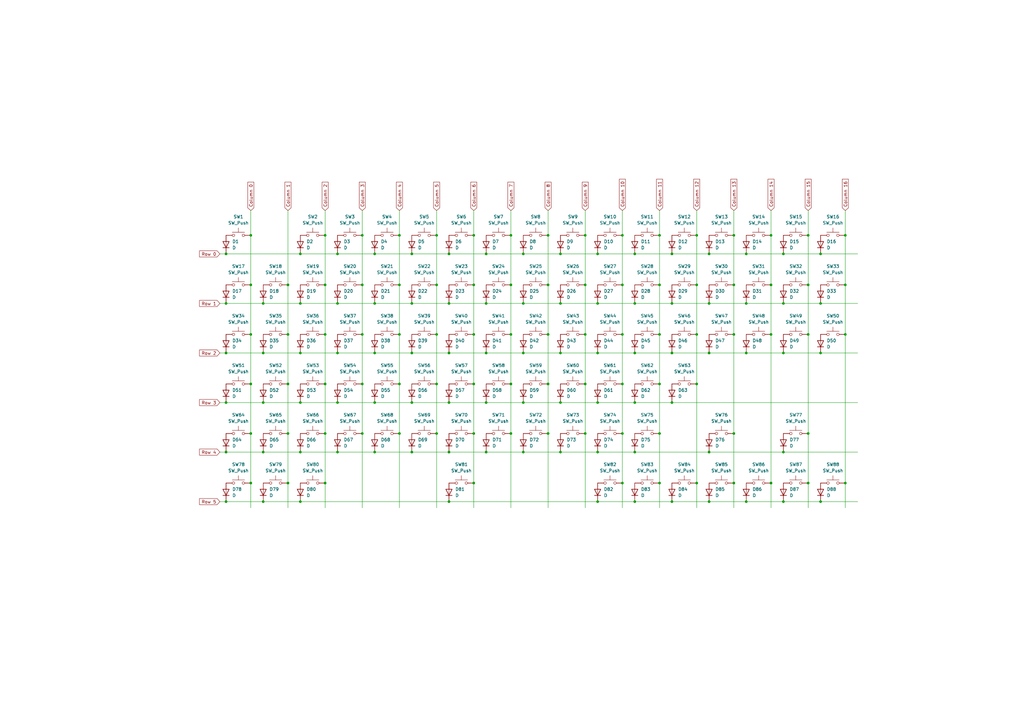
<source format=kicad_sch>
(kicad_sch (version 20231120) (generator "eeschema") (generator_version "8.0")
  (paper "A3")
  (junction (at 229.87 165.1))
  (junction (at 331.47 116.84))
  (junction (at 133.35 96.52))
  (junction (at 270.51 96.52))
  (junction (at 153.67 124.46))
  (junction (at 148.59 96.52))
  (junction (at 316.23 96.52))
  (junction (at 118.11 198.12))
  (junction (at 194.31 116.84))
  (junction (at 245.11 185.42))
  (junction (at 184.15 144.78))
  (junction (at 107.95 144.78))
  (junction (at 346.71 198.12))
  (junction (at 229.87 185.42))
  (junction (at 163.83 116.84))
  (junction (at 275.59 104.14))
  (junction (at 153.67 104.14))
  (junction (at 179.07 137.16))
  (junction (at 275.59 144.78))
  (junction (at 245.11 205.74))
  (junction (at 214.63 185.42))
  (junction (at 138.43 165.1))
  (junction (at 300.99 198.12))
  (junction (at 209.55 137.16))
  (junction (at 209.55 157.48))
  (junction (at 199.39 124.46))
  (junction (at 168.91 185.42))
  (junction (at 107.95 185.42))
  (junction (at 229.87 104.14))
  (junction (at 168.91 124.46))
  (junction (at 163.83 177.8))
  (junction (at 153.67 144.78))
  (junction (at 331.47 96.52))
  (junction (at 255.27 137.16))
  (junction (at 336.55 124.46))
  (junction (at 102.87 157.48))
  (junction (at 321.31 124.46))
  (junction (at 92.71 185.42))
  (junction (at 285.75 96.52))
  (junction (at 260.35 124.46))
  (junction (at 240.03 137.16))
  (junction (at 240.03 116.84))
  (junction (at 214.63 144.78))
  (junction (at 260.35 144.78))
  (junction (at 224.79 116.84))
  (junction (at 214.63 165.1))
  (junction (at 179.07 96.52))
  (junction (at 118.11 177.8))
  (junction (at 321.31 104.14))
  (junction (at 168.91 104.14))
  (junction (at 199.39 104.14))
  (junction (at 209.55 177.8))
  (junction (at 163.83 96.52))
  (junction (at 118.11 116.84))
  (junction (at 321.31 144.78))
  (junction (at 240.03 157.48))
  (junction (at 346.71 96.52))
  (junction (at 92.71 124.46))
  (junction (at 255.27 198.12))
  (junction (at 123.19 124.46))
  (junction (at 199.39 185.42))
  (junction (at 163.83 137.16))
  (junction (at 148.59 116.84))
  (junction (at 102.87 116.84))
  (junction (at 224.79 157.48))
  (junction (at 148.59 157.48))
  (junction (at 138.43 185.42))
  (junction (at 229.87 144.78))
  (junction (at 224.79 177.8))
  (junction (at 255.27 157.48))
  (junction (at 123.19 205.74))
  (junction (at 255.27 116.84))
  (junction (at 138.43 144.78))
  (junction (at 153.67 185.42))
  (junction (at 194.31 96.52))
  (junction (at 275.59 205.74))
  (junction (at 229.87 124.46))
  (junction (at 245.11 124.46))
  (junction (at 255.27 177.8))
  (junction (at 199.39 165.1))
  (junction (at 290.83 104.14))
  (junction (at 285.75 137.16))
  (junction (at 285.75 157.48))
  (junction (at 184.15 165.1))
  (junction (at 168.91 165.1))
  (junction (at 336.55 205.74))
  (junction (at 321.31 185.42))
  (junction (at 290.83 205.74))
  (junction (at 102.87 96.52))
  (junction (at 133.35 137.16))
  (junction (at 184.15 104.14))
  (junction (at 270.51 137.16))
  (junction (at 138.43 124.46))
  (junction (at 336.55 144.78))
  (junction (at 179.07 116.84))
  (junction (at 240.03 96.52))
  (junction (at 260.35 205.74))
  (junction (at 346.71 116.84))
  (junction (at 300.99 177.8))
  (junction (at 123.19 104.14))
  (junction (at 316.23 137.16))
  (junction (at 194.31 157.48))
  (junction (at 168.91 144.78))
  (junction (at 306.07 104.14))
  (junction (at 118.11 157.48))
  (junction (at 133.35 177.8))
  (junction (at 123.19 165.1))
  (junction (at 214.63 124.46))
  (junction (at 260.35 165.1))
  (junction (at 245.11 144.78))
  (junction (at 306.07 144.78))
  (junction (at 290.83 124.46))
  (junction (at 240.03 177.8))
  (junction (at 133.35 157.48))
  (junction (at 245.11 165.1))
  (junction (at 194.31 177.8))
  (junction (at 290.83 185.42))
  (junction (at 245.11 104.14))
  (junction (at 102.87 198.12))
  (junction (at 275.59 124.46))
  (junction (at 275.59 165.1))
  (junction (at 300.99 137.16))
  (junction (at 107.95 165.1))
  (junction (at 316.23 198.12))
  (junction (at 290.83 144.78))
  (junction (at 153.67 165.1))
  (junction (at 224.79 96.52))
  (junction (at 148.59 177.8))
  (junction (at 331.47 137.16))
  (junction (at 270.51 198.12))
  (junction (at 102.87 137.16))
  (junction (at 306.07 124.46))
  (junction (at 214.63 104.14))
  (junction (at 331.47 198.12))
  (junction (at 138.43 104.14))
  (junction (at 300.99 96.52))
  (junction (at 331.47 177.8))
  (junction (at 316.23 116.84))
  (junction (at 270.51 177.8))
  (junction (at 184.15 124.46))
  (junction (at 184.15 205.74))
  (junction (at 194.31 198.12))
  (junction (at 133.35 116.84))
  (junction (at 123.19 144.78))
  (junction (at 123.19 185.42))
  (junction (at 255.27 96.52))
  (junction (at 92.71 165.1))
  (junction (at 92.71 144.78))
  (junction (at 224.79 137.16))
  (junction (at 133.35 198.12))
  (junction (at 199.39 144.78))
  (junction (at 107.95 124.46))
  (junction (at 260.35 185.42))
  (junction (at 148.59 137.16))
  (junction (at 336.55 104.14))
  (junction (at 306.07 205.74))
  (junction (at 321.31 205.74))
  (junction (at 209.55 96.52))
  (junction (at 102.87 177.8))
  (junction (at 260.35 104.14))
  (junction (at 118.11 137.16))
  (junction (at 179.07 177.8))
  (junction (at 300.99 116.84))
  (junction (at 270.51 157.48))
  (junction (at 285.75 116.84))
  (junction (at 92.71 104.14))
  (junction (at 179.07 157.48))
  (junction (at 194.31 137.16))
  (junction (at 346.71 137.16))
  (junction (at 184.15 185.42))
  (junction (at 107.95 205.74))
  (junction (at 92.71 205.74))
  (junction (at 163.83 157.48))
  (junction (at 270.51 116.84))
  (junction (at 285.75 198.12))
  (junction (at 209.55 116.84))
  (wire (pts (xy 331.47 198.12) (xy 331.47 208.28)))
  (wire (pts (xy 92.71 124.46) (xy 107.95 124.46)))
  (wire (pts (xy 270.51 116.84) (xy 270.51 137.16)))
  (wire (pts (xy 138.43 185.42) (xy 153.67 185.42)))
  (wire (pts (xy 118.11 116.84) (xy 118.11 137.16)))
  (wire (pts (xy 90.17 165.1) (xy 92.71 165.1)))
  (wire (pts (xy 229.87 144.78) (xy 245.11 144.78)))
  (wire (pts (xy 179.07 137.16) (xy 179.07 157.48)))
  (wire (pts (xy 285.75 86.36) (xy 285.75 96.52)))
  (wire (pts (xy 245.11 124.46) (xy 260.35 124.46)))
  (wire (pts (xy 316.23 86.36) (xy 316.23 96.52)))
  (wire (pts (xy 290.83 205.74) (xy 306.07 205.74)))
  (wire (pts (xy 123.19 185.42) (xy 138.43 185.42)))
  (wire (pts (xy 92.71 185.42) (xy 107.95 185.42)))
  (wire (pts (xy 194.31 86.36) (xy 194.31 96.52)))
  (wire (pts (xy 133.35 86.36) (xy 133.35 96.52)))
  (wire (pts (xy 321.31 185.42) (xy 351.79 185.42)))
  (wire (pts (xy 245.11 205.74) (xy 260.35 205.74)))
  (wire (pts (xy 290.83 185.42) (xy 321.31 185.42)))
  (wire (pts (xy 199.39 185.42) (xy 214.63 185.42)))
  (wire (pts (xy 92.71 165.1) (xy 107.95 165.1)))
  (wire (pts (xy 214.63 124.46) (xy 229.87 124.46)))
  (wire (pts (xy 270.51 198.12) (xy 270.51 208.28)))
  (wire (pts (xy 275.59 205.74) (xy 290.83 205.74)))
  (wire (pts (xy 275.59 165.1) (xy 351.79 165.1)))
  (wire (pts (xy 168.91 185.42) (xy 184.15 185.42)))
  (wire (pts (xy 163.83 177.8) (xy 163.83 208.28)))
  (wire (pts (xy 163.83 116.84) (xy 163.83 137.16)))
  (wire (pts (xy 245.11 104.14) (xy 260.35 104.14)))
  (wire (pts (xy 168.91 104.14) (xy 184.15 104.14)))
  (wire (pts (xy 331.47 137.16) (xy 331.47 177.8)))
  (wire (pts (xy 194.31 116.84) (xy 194.31 137.16)))
  (wire (pts (xy 90.17 144.78) (xy 92.71 144.78)))
  (wire (pts (xy 102.87 116.84) (xy 102.87 137.16)))
  (wire (pts (xy 118.11 86.36) (xy 118.11 116.84)))
  (wire (pts (xy 306.07 124.46) (xy 321.31 124.46)))
  (wire (pts (xy 184.15 124.46) (xy 199.39 124.46)))
  (wire (pts (xy 209.55 96.52) (xy 209.55 116.84)))
  (wire (pts (xy 240.03 137.16) (xy 240.03 157.48)))
  (wire (pts (xy 331.47 96.52) (xy 331.47 116.84)))
  (wire (pts (xy 107.95 124.46) (xy 123.19 124.46)))
  (wire (pts (xy 168.91 124.46) (xy 184.15 124.46)))
  (wire (pts (xy 118.11 157.48) (xy 118.11 177.8)))
  (wire (pts (xy 102.87 198.12) (xy 102.87 208.28)))
  (wire (pts (xy 240.03 86.36) (xy 240.03 96.52)))
  (wire (pts (xy 214.63 144.78) (xy 229.87 144.78)))
  (wire (pts (xy 184.15 185.42) (xy 199.39 185.42)))
  (wire (pts (xy 133.35 96.52) (xy 133.35 116.84)))
  (wire (pts (xy 229.87 165.1) (xy 245.11 165.1)))
  (wire (pts (xy 275.59 104.14) (xy 290.83 104.14)))
  (wire (pts (xy 290.83 104.14) (xy 306.07 104.14)))
  (wire (pts (xy 229.87 124.46) (xy 245.11 124.46)))
  (wire (pts (xy 270.51 137.16) (xy 270.51 157.48)))
  (wire (pts (xy 90.17 124.46) (xy 92.71 124.46)))
  (wire (pts (xy 92.71 144.78) (xy 107.95 144.78)))
  (wire (pts (xy 346.71 86.36) (xy 346.71 96.52)))
  (wire (pts (xy 199.39 165.1) (xy 214.63 165.1)))
  (wire (pts (xy 224.79 177.8) (xy 224.79 208.28)))
  (wire (pts (xy 270.51 86.36) (xy 270.51 96.52)))
  (wire (pts (xy 255.27 157.48) (xy 255.27 177.8)))
  (wire (pts (xy 118.11 137.16) (xy 118.11 157.48)))
  (wire (pts (xy 285.75 116.84) (xy 285.75 137.16)))
  (wire (pts (xy 290.83 124.46) (xy 306.07 124.46)))
  (wire (pts (xy 179.07 86.36) (xy 179.07 96.52)))
  (wire (pts (xy 316.23 198.12) (xy 316.23 208.28)))
  (wire (pts (xy 346.71 137.16) (xy 346.71 198.12)))
  (wire (pts (xy 184.15 104.14) (xy 199.39 104.14)))
  (wire (pts (xy 270.51 177.8) (xy 270.51 198.12)))
  (wire (pts (xy 92.71 104.14) (xy 123.19 104.14)))
  (wire (pts (xy 133.35 116.84) (xy 133.35 137.16)))
  (wire (pts (xy 148.59 177.8) (xy 148.59 208.28)))
  (wire (pts (xy 214.63 104.14) (xy 229.87 104.14)))
  (wire (pts (xy 270.51 157.48) (xy 270.51 177.8)))
  (wire (pts (xy 123.19 165.1) (xy 138.43 165.1)))
  (wire (pts (xy 138.43 124.46) (xy 153.67 124.46)))
  (wire (pts (xy 153.67 104.14) (xy 168.91 104.14)))
  (wire (pts (xy 209.55 86.36) (xy 209.55 96.52)))
  (wire (pts (xy 209.55 177.8) (xy 209.55 208.28)))
  (wire (pts (xy 194.31 198.12) (xy 194.31 208.28)))
  (wire (pts (xy 255.27 116.84) (xy 255.27 137.16)))
  (wire (pts (xy 321.31 124.46) (xy 336.55 124.46)))
  (wire (pts (xy 331.47 177.8) (xy 331.47 198.12)))
  (wire (pts (xy 92.71 205.74) (xy 107.95 205.74)))
  (wire (pts (xy 107.95 185.42) (xy 123.19 185.42)))
  (wire (pts (xy 316.23 137.16) (xy 316.23 198.12)))
  (wire (pts (xy 336.55 124.46) (xy 351.79 124.46)))
  (wire (pts (xy 316.23 96.52) (xy 316.23 116.84)))
  (wire (pts (xy 179.07 157.48) (xy 179.07 177.8)))
  (wire (pts (xy 194.31 157.48) (xy 194.31 177.8)))
  (wire (pts (xy 148.59 116.84) (xy 148.59 137.16)))
  (wire (pts (xy 148.59 137.16) (xy 148.59 157.48)))
  (wire (pts (xy 255.27 86.36) (xy 255.27 96.52)))
  (wire (pts (xy 255.27 137.16) (xy 255.27 157.48)))
  (wire (pts (xy 245.11 144.78) (xy 260.35 144.78)))
  (wire (pts (xy 209.55 137.16) (xy 209.55 157.48)))
  (wire (pts (xy 224.79 116.84) (xy 224.79 137.16)))
  (wire (pts (xy 306.07 144.78) (xy 321.31 144.78)))
  (wire (pts (xy 138.43 165.1) (xy 153.67 165.1)))
  (wire (pts (xy 260.35 104.14) (xy 275.59 104.14)))
  (wire (pts (xy 123.19 205.74) (xy 184.15 205.74)))
  (wire (pts (xy 179.07 96.52) (xy 179.07 116.84)))
  (wire (pts (xy 133.35 198.12) (xy 133.35 208.28)))
  (wire (pts (xy 102.87 86.36) (xy 102.87 96.52)))
  (wire (pts (xy 123.19 124.46) (xy 138.43 124.46)))
  (wire (pts (xy 123.19 104.14) (xy 138.43 104.14)))
  (wire (pts (xy 336.55 104.14) (xy 351.79 104.14)))
  (wire (pts (xy 224.79 96.52) (xy 224.79 116.84)))
  (wire (pts (xy 285.75 96.52) (xy 285.75 116.84)))
  (wire (pts (xy 209.55 157.48) (xy 209.55 177.8)))
  (wire (pts (xy 306.07 205.74) (xy 321.31 205.74)))
  (wire (pts (xy 184.15 144.78) (xy 199.39 144.78)))
  (wire (pts (xy 102.87 137.16) (xy 102.87 157.48)))
  (wire (pts (xy 194.31 137.16) (xy 194.31 157.48)))
  (wire (pts (xy 107.95 205.74) (xy 123.19 205.74)))
  (wire (pts (xy 285.75 157.48) (xy 285.75 198.12)))
  (wire (pts (xy 260.35 165.1) (xy 275.59 165.1)))
  (wire (pts (xy 184.15 205.74) (xy 245.11 205.74)))
  (wire (pts (xy 90.17 205.74) (xy 92.71 205.74)))
  (wire (pts (xy 260.35 205.74) (xy 275.59 205.74)))
  (wire (pts (xy 331.47 116.84) (xy 331.47 137.16)))
  (wire (pts (xy 179.07 177.8) (xy 179.07 208.28)))
  (wire (pts (xy 321.31 205.74) (xy 336.55 205.74)))
  (wire (pts (xy 300.99 96.52) (xy 300.99 116.84)))
  (wire (pts (xy 336.55 144.78) (xy 351.79 144.78)))
  (wire (pts (xy 194.31 177.8) (xy 194.31 198.12)))
  (wire (pts (xy 300.99 137.16) (xy 300.99 177.8)))
  (wire (pts (xy 255.27 198.12) (xy 255.27 208.28)))
  (wire (pts (xy 306.07 104.14) (xy 321.31 104.14)))
  (wire (pts (xy 153.67 185.42) (xy 168.91 185.42)))
  (wire (pts (xy 102.87 96.52) (xy 102.87 116.84)))
  (wire (pts (xy 90.17 104.14) (xy 92.71 104.14)))
  (wire (pts (xy 240.03 157.48) (xy 240.03 177.8)))
  (wire (pts (xy 245.11 185.42) (xy 260.35 185.42)))
  (wire (pts (xy 179.07 116.84) (xy 179.07 137.16)))
  (wire (pts (xy 163.83 96.52) (xy 163.83 116.84)))
  (wire (pts (xy 107.95 165.1) (xy 123.19 165.1)))
  (wire (pts (xy 300.99 198.12) (xy 300.99 208.28)))
  (wire (pts (xy 321.31 104.14) (xy 336.55 104.14)))
  (wire (pts (xy 240.03 116.84) (xy 240.03 137.16)))
  (wire (pts (xy 229.87 104.14) (xy 245.11 104.14)))
  (wire (pts (xy 184.15 165.1) (xy 199.39 165.1)))
  (wire (pts (xy 102.87 157.48) (xy 102.87 177.8)))
  (wire (pts (xy 153.67 165.1) (xy 168.91 165.1)))
  (wire (pts (xy 321.31 144.78) (xy 336.55 144.78)))
  (wire (pts (xy 285.75 198.12) (xy 285.75 208.28)))
  (wire (pts (xy 163.83 86.36) (xy 163.83 96.52)))
  (wire (pts (xy 148.59 96.52) (xy 148.59 116.84)))
  (wire (pts (xy 260.35 185.42) (xy 290.83 185.42)))
  (wire (pts (xy 240.03 96.52) (xy 240.03 116.84)))
  (wire (pts (xy 275.59 144.78) (xy 290.83 144.78)))
  (wire (pts (xy 123.19 144.78) (xy 138.43 144.78)))
  (wire (pts (xy 133.35 177.8) (xy 133.35 198.12)))
  (wire (pts (xy 260.35 144.78) (xy 275.59 144.78)))
  (wire (pts (xy 133.35 157.48) (xy 133.35 177.8)))
  (wire (pts (xy 118.11 177.8) (xy 118.11 198.12)))
  (wire (pts (xy 300.99 177.8) (xy 300.99 198.12)))
  (wire (pts (xy 199.39 124.46) (xy 214.63 124.46)))
  (wire (pts (xy 300.99 116.84) (xy 300.99 137.16)))
  (wire (pts (xy 346.71 198.12) (xy 346.71 208.28)))
  (wire (pts (xy 240.03 177.8) (xy 240.03 208.28)))
  (wire (pts (xy 316.23 116.84) (xy 316.23 137.16)))
  (wire (pts (xy 331.47 86.36) (xy 331.47 96.52)))
  (wire (pts (xy 214.63 165.1) (xy 229.87 165.1)))
  (wire (pts (xy 275.59 124.46) (xy 290.83 124.46)))
  (wire (pts (xy 229.87 185.42) (xy 245.11 185.42)))
  (wire (pts (xy 336.55 205.74) (xy 351.79 205.74)))
  (wire (pts (xy 148.59 86.36) (xy 148.59 96.52)))
  (wire (pts (xy 285.75 137.16) (xy 285.75 157.48)))
  (wire (pts (xy 245.11 165.1) (xy 260.35 165.1)))
  (wire (pts (xy 194.31 96.52) (xy 194.31 116.84)))
  (wire (pts (xy 260.35 124.46) (xy 275.59 124.46)))
  (wire (pts (xy 270.51 96.52) (xy 270.51 116.84)))
  (wire (pts (xy 300.99 86.36) (xy 300.99 96.52)))
  (wire (pts (xy 224.79 86.36) (xy 224.79 96.52)))
  (wire (pts (xy 90.17 185.42) (xy 92.71 185.42)))
  (wire (pts (xy 224.79 137.16) (xy 224.79 157.48)))
  (wire (pts (xy 138.43 144.78) (xy 153.67 144.78)))
  (wire (pts (xy 163.83 157.48) (xy 163.83 177.8)))
  (wire (pts (xy 346.71 96.52) (xy 346.71 116.84)))
  (wire (pts (xy 153.67 124.46) (xy 168.91 124.46)))
  (wire (pts (xy 224.79 157.48) (xy 224.79 177.8)))
  (wire (pts (xy 133.35 137.16) (xy 133.35 157.48)))
  (wire (pts (xy 168.91 144.78) (xy 184.15 144.78)))
  (wire (pts (xy 290.83 144.78) (xy 306.07 144.78)))
  (wire (pts (xy 148.59 157.48) (xy 148.59 177.8)))
  (wire (pts (xy 255.27 177.8) (xy 255.27 198.12)))
  (wire (pts (xy 209.55 116.84) (xy 209.55 137.16)))
  (wire (pts (xy 199.39 104.14) (xy 214.63 104.14)))
  (wire (pts (xy 255.27 96.52) (xy 255.27 116.84)))
  (wire (pts (xy 214.63 185.42) (xy 229.87 185.42)))
  (wire (pts (xy 168.91 165.1) (xy 184.15 165.1)))
  (wire (pts (xy 107.95 144.78) (xy 123.19 144.78)))
  (wire (pts (xy 118.11 198.12) (xy 118.11 208.28)))
  (wire (pts (xy 199.39 144.78) (xy 214.63 144.78)))
  (wire (pts (xy 138.43 104.14) (xy 153.67 104.14)))
  (wire (pts (xy 346.71 116.84) (xy 346.71 137.16)))
  (wire (pts (xy 153.67 144.78) (xy 168.91 144.78)))
  (wire (pts (xy 102.87 177.8) (xy 102.87 198.12)))
  (wire (pts (xy 163.83 137.16) (xy 163.83 157.48)))
  (global_label "Column 12" (shape input) (at 285.75 86.36 90) (property "Intersheetrefs" "${INTERSHEET_REFS}" (effects (hide yes))))
  (global_label "Column 9" (shape input) (at 240.03 86.36 90) (property "Intersheetrefs" "${INTERSHEET_REFS}" (effects (hide yes))))
  (global_label "Column 7" (shape input) (at 209.55 86.36 90) (property "Intersheetrefs" "${INTERSHEET_REFS}" (effects (hide yes))))
  (global_label "Column 0" (shape input) (at 102.87 86.36 90) (property "Intersheetrefs" "${INTERSHEET_REFS}" (effects (hide yes))))
  (global_label "Row 1" (shape input) (at 90.17 124.46 180) (property "Intersheetrefs" "${INTERSHEET_REFS}" (effects (hide yes))))
  (global_label "Column 2" (shape input) (at 133.35 86.36 90) (property "Intersheetrefs" "${INTERSHEET_REFS}" (effects (hide yes))))
  (global_label "Row 3" (shape input) (at 90.17 165.1 180) (property "Intersheetrefs" "${INTERSHEET_REFS}" (effects (hide yes))))
  (global_label "Column 3" (shape input) (at 148.59 86.36 90) (property "Intersheetrefs" "${INTERSHEET_REFS}" (effects (hide yes))))
  (global_label "Column 5" (shape input) (at 179.07 86.36 90) (property "Intersheetrefs" "${INTERSHEET_REFS}" (effects (hide yes))))
  (global_label "Column 10" (shape input) (at 255.27 86.36 90) (property "Intersheetrefs" "${INTERSHEET_REFS}" (effects (hide yes))))
  (global_label "Column 1" (shape input) (at 118.11 86.36 90) (property "Intersheetrefs" "${INTERSHEET_REFS}" (effects (hide yes))))
  (global_label "Column 13" (shape input) (at 300.99 86.36 90) (property "Intersheetrefs" "${INTERSHEET_REFS}" (effects (hide yes))))
  (global_label "Column 16" (shape input) (at 346.71 86.36 90) (property "Intersheetrefs" "${INTERSHEET_REFS}" (effects (hide yes))))
  (global_label "Column 15" (shape input) (at 331.47 86.36 90) (property "Intersheetrefs" "${INTERSHEET_REFS}" (effects (hide yes))))
  (global_label "Column 14" (shape input) (at 316.23 86.36 90) (property "Intersheetrefs" "${INTERSHEET_REFS}" (effects (hide yes))))
  (global_label "Column 4" (shape input) (at 163.83 86.36 90) (property "Intersheetrefs" "${INTERSHEET_REFS}" (effects (hide yes))))
  (global_label "Row 2" (shape input) (at 90.17 144.78 180) (property "Intersheetrefs" "${INTERSHEET_REFS}" (effects (hide yes))))
  (global_label "Row 4" (shape input) (at 90.17 185.42 180) (property "Intersheetrefs" "${INTERSHEET_REFS}" (effects (hide yes))))
  (global_label "Row 0" (shape input) (at 90.17 104.14 180) (property "Intersheetrefs" "${INTERSHEET_REFS}" (effects (hide yes))))
  (global_label "Column 8" (shape input) (at 224.79 86.36 90) (property "Intersheetrefs" "${INTERSHEET_REFS}" (effects (hide yes))))
  (global_label "Row 5" (shape input) (at 90.17 205.74 180) (property "Intersheetrefs" "${INTERSHEET_REFS}" (effects (hide yes))))
  (global_label "Column 11" (shape input) (at 270.51 86.36 90) (property "Intersheetrefs" "${INTERSHEET_REFS}" (effects (hide yes))))
  (global_label "Column 6" (shape input) (at 194.31 86.36 90) (property "Intersheetrefs" "${INTERSHEET_REFS}" (effects (hide yes))))
  (symbol (lib_id "Device:D") (at 92.71 100.33 90) (unit 1)
    (property "Reference" "D1" (at 95.25 99.0599 90) (effects (justify right)))
    (property "Value" "D" (at 95.25 101.5999 90) (effects (justify right)))
    (property "Footprint" "Resistor_THT:R_Axial_DIN0207_L6.3mm_D2.5mm_P10.16mm_Horizontal" (effects (hide yes)))
    (property "Description" "Diode" (effects (hide yes)))
    (property "Sim.Device" "D" (effects (hide yes)))
    (property "Sim.Pins" "1=K 2=A" (effects (hide yes)))
  )
  (symbol (lib_id "Device:D") (at 123.19 140.97 90) (unit 1)
    (property "Reference" "D36" (at 125.73 139.6999 90) (effects (justify right)))
    (property "Value" "D" (at 125.73 142.2399 90) (effects (justify right)))
    (property "Footprint" "Resistor_THT:R_Axial_DIN0207_L6.3mm_D2.5mm_P10.16mm_Horizontal" (effects (hide yes)))
    (property "Description" "Diode" (effects (hide yes)))
    (property "Sim.Device" "D" (effects (hide yes)))
    (property "Sim.Pins" "1=K 2=A" (effects (hide yes)))
  )
  (symbol (lib_id "Switch:SW_Push") (at 189.23 177.8 0) (unit 1)
    (property "Reference" "SW70" (at 189.23 170.18 0))
    (property "Value" "SW_Push" (at 189.23 172.72 0))
    (property "Footprint" "Button_Switch_Keyboard:SW_Cherry_MX_1.00u_PCB" (effects (hide yes)))
    (property "Description" "Push button switch, generic, two pins" (effects (hide yes)))
  )
  (symbol (lib_id "Device:D") (at 245.11 120.65 90) (unit 1)
    (property "Reference" "D27" (at 247.65 119.3799 90) (effects (justify right)))
    (property "Value" "D" (at 247.65 121.9199 90) (effects (justify right)))
    (property "Footprint" "Resistor_THT:R_Axial_DIN0207_L6.3mm_D2.5mm_P10.16mm_Horizontal" (effects (hide yes)))
    (property "Description" "Diode" (effects (hide yes)))
    (property "Sim.Device" "D" (effects (hide yes)))
    (property "Sim.Pins" "1=K 2=A" (effects (hide yes)))
  )
  (symbol (lib_id "Switch:SW_Push") (at 250.19 157.48 0) (unit 1)
    (property "Reference" "SW61" (at 250.19 149.86 0))
    (property "Value" "SW_Push" (at 250.19 152.4 0))
    (property "Footprint" "Button_Switch_Keyboard:SW_Cherry_MX_1.00u_PCB" (effects (hide yes)))
    (property "Description" "Push button switch, generic, two pins" (effects (hide yes)))
  )
  (symbol (lib_id "Switch:SW_Push") (at 189.23 157.48 0) (unit 1)
    (property "Reference" "SW57" (at 189.23 149.86 0))
    (property "Value" "SW_Push" (at 189.23 152.4 0))
    (property "Footprint" "Button_Switch_Keyboard:SW_Cherry_MX_1.00u_PCB" (effects (hide yes)))
    (property "Description" "Push button switch, generic, two pins" (effects (hide yes)))
  )
  (symbol (lib_id "Switch:SW_Push") (at 113.03 137.16 0) (unit 1)
    (property "Reference" "SW35" (at 113.03 129.54 0))
    (property "Value" "SW_Push" (at 113.03 132.08 0))
    (property "Footprint" "Button_Switch_Keyboard:SW_Cherry_MX_1.00u_PCB" (effects (hide yes)))
    (property "Description" "Push button switch, generic, two pins" (effects (hide yes)))
  )
  (symbol (lib_id "Switch:SW_Push") (at 158.75 137.16 0) (unit 1)
    (property "Reference" "SW38" (at 158.75 129.54 0))
    (property "Value" "SW_Push" (at 158.75 132.08 0))
    (property "Footprint" "Button_Switch_Keyboard:SW_Cherry_MX_1.00u_PCB" (effects (hide yes)))
    (property "Description" "Push button switch, generic, two pins" (effects (hide yes)))
  )
  (symbol (lib_id "Device:D") (at 184.15 140.97 90) (unit 1)
    (property "Reference" "D40" (at 186.69 139.6999 90) (effects (justify right)))
    (property "Value" "D" (at 186.69 142.2399 90) (effects (justify right)))
    (property "Footprint" "Resistor_THT:R_Axial_DIN0207_L6.3mm_D2.5mm_P10.16mm_Horizontal" (effects (hide yes)))
    (property "Description" "Diode" (effects (hide yes)))
    (property "Sim.Device" "D" (effects (hide yes)))
    (property "Sim.Pins" "1=K 2=A" (effects (hide yes)))
  )
  (symbol (lib_id "Switch:SW_Push") (at 128.27 157.48 0) (unit 1)
    (property "Reference" "SW53" (at 128.27 149.86 0))
    (property "Value" "SW_Push" (at 128.27 152.4 0))
    (property "Footprint" "Button_Switch_Keyboard:SW_Cherry_MX_1.00u_PCB" (effects (hide yes)))
    (property "Description" "Push button switch, generic, two pins" (effects (hide yes)))
  )
  (symbol (lib_id "Switch:SW_Push") (at 265.43 116.84 0) (unit 1)
    (property "Reference" "SW28" (at 265.43 109.22 0))
    (property "Value" "SW_Push" (at 265.43 111.76 0))
    (property "Footprint" "Button_Switch_Keyboard:SW_Cherry_MX_1.00u_PCB" (effects (hide yes)))
    (property "Description" "Push button switch, generic, two pins" (effects (hide yes)))
  )
  (symbol (lib_id "Device:D") (at 168.91 181.61 90) (unit 1)
    (property "Reference" "D69" (at 171.45 180.3399 90) (effects (justify right)))
    (property "Value" "D" (at 171.45 182.8799 90) (effects (justify right)))
    (property "Footprint" "Resistor_THT:R_Axial_DIN0207_L6.3mm_D2.5mm_P10.16mm_Horizontal" (effects (hide yes)))
    (property "Description" "Diode" (effects (hide yes)))
    (property "Sim.Device" "D" (effects (hide yes)))
    (property "Sim.Pins" "1=K 2=A" (effects (hide yes)))
  )
  (symbol (lib_id "Switch:SW_Push") (at 250.19 137.16 0) (unit 1)
    (property "Reference" "SW44" (at 250.19 129.54 0))
    (property "Value" "SW_Push" (at 250.19 132.08 0))
    (property "Footprint" "Button_Switch_Keyboard:SW_Cherry_MX_1.00u_PCB" (effects (hide yes)))
    (property "Description" "Push button switch, generic, two pins" (effects (hide yes)))
  )
  (symbol (lib_id "Device:D") (at 290.83 120.65 90) (unit 1)
    (property "Reference" "D30" (at 293.37 119.3799 90) (effects (justify right)))
    (property "Value" "D" (at 293.37 121.9199 90) (effects (justify right)))
    (property "Footprint" "Resistor_THT:R_Axial_DIN0207_L6.3mm_D2.5mm_P10.16mm_Horizontal" (effects (hide yes)))
    (property "Description" "Diode" (effects (hide yes)))
    (property "Sim.Device" "D" (effects (hide yes)))
    (property "Sim.Pins" "1=K 2=A" (effects (hide yes)))
  )
  (symbol (lib_id "Device:D") (at 336.55 140.97 90) (unit 1)
    (property "Reference" "D50" (at 339.09 139.6999 90) (effects (justify right)))
    (property "Value" "D" (at 339.09 142.2399 90) (effects (justify right)))
    (property "Footprint" "Resistor_THT:R_Axial_DIN0207_L6.3mm_D2.5mm_P10.16mm_Horizontal" (effects (hide yes)))
    (property "Description" "Diode" (effects (hide yes)))
    (property "Sim.Device" "D" (effects (hide yes)))
    (property "Sim.Pins" "1=K 2=A" (effects (hide yes)))
  )
  (symbol (lib_id "Switch:SW_Push") (at 128.27 116.84 0) (unit 1)
    (property "Reference" "SW19" (at 128.27 109.22 0))
    (property "Value" "SW_Push" (at 128.27 111.76 0))
    (property "Footprint" "Button_Switch_Keyboard:SW_Cherry_MX_1.00u_PCB" (effects (hide yes)))
    (property "Description" "Push button switch, generic, two pins" (effects (hide yes)))
  )
  (symbol (lib_id "Switch:SW_Push") (at 265.43 96.52 0) (unit 1)
    (property "Reference" "SW11" (at 265.43 88.9 0))
    (property "Value" "SW_Push" (at 265.43 91.44 0))
    (property "Footprint" "Button_Switch_Keyboard:SW_Cherry_MX_1.00u_PCB" (effects (hide yes)))
    (property "Description" "Push button switch, generic, two pins" (effects (hide yes)))
  )
  (symbol (lib_id "Switch:SW_Push") (at 113.03 177.8 0) (unit 1)
    (property "Reference" "SW65" (at 113.03 170.18 0))
    (property "Value" "SW_Push" (at 113.03 172.72 0))
    (property "Footprint" "Button_Switch_Keyboard:SW_Cherry_MX_1.00u_PCB" (effects (hide yes)))
    (property "Description" "Push button switch, generic, two pins" (effects (hide yes)))
  )
  (symbol (lib_id "Switch:SW_Push") (at 341.63 137.16 0) (unit 1)
    (property "Reference" "SW50" (at 341.63 129.54 0))
    (property "Value" "SW_Push" (at 341.63 132.08 0))
    (property "Footprint" "Button_Switch_Keyboard:SW_Cherry_MX_1.00u_PCB" (effects (hide yes)))
    (property "Description" "Push button switch, generic, two pins" (effects (hide yes)))
  )
  (symbol (lib_id "Device:D") (at 199.39 100.33 90) (unit 1)
    (property "Reference" "D7" (at 201.93 99.0599 90) (effects (justify right)))
    (property "Value" "D" (at 201.93 101.5999 90) (effects (justify right)))
    (property "Footprint" "Resistor_THT:R_Axial_DIN0207_L6.3mm_D2.5mm_P10.16mm_Horizontal" (effects (hide yes)))
    (property "Description" "Diode" (effects (hide yes)))
    (property "Sim.Device" "D" (effects (hide yes)))
    (property "Sim.Pins" "1=K 2=A" (effects (hide yes)))
  )
  (symbol (lib_id "Switch:SW_Push") (at 97.79 198.12 0) (unit 1)
    (property "Reference" "SW78" (at 97.79 190.5 0))
    (property "Value" "SW_Push" (at 97.79 193.04 0))
    (property "Footprint" "Button_Switch_Keyboard:SW_Cherry_MX_1.25u_PCB" (effects (hide yes)))
    (property "Description" "Push button switch, generic, two pins" (effects (hide yes)))
  )
  (symbol (lib_id "Switch:SW_Push") (at 219.71 157.48 0) (unit 1)
    (property "Reference" "SW59" (at 219.71 149.86 0))
    (property "Value" "SW_Push" (at 219.71 152.4 0))
    (property "Footprint" "Button_Switch_Keyboard:SW_Cherry_MX_1.00u_PCB" (effects (hide yes)))
    (property "Description" "Push button switch, generic, two pins" (effects (hide yes)))
  )
  (symbol (lib_id "Switch:SW_Push") (at 219.71 137.16 0) (unit 1)
    (property "Reference" "SW42" (at 219.71 129.54 0))
    (property "Value" "SW_Push" (at 219.71 132.08 0))
    (property "Footprint" "Button_Switch_Keyboard:SW_Cherry_MX_1.00u_PCB" (effects (hide yes)))
    (property "Description" "Push button switch, generic, two pins" (effects (hide yes)))
  )
  (symbol (lib_id "Switch:SW_Push") (at 326.39 198.12 0) (unit 1)
    (property "Reference" "SW87" (at 326.39 190.5 0))
    (property "Value" "SW_Push" (at 326.39 193.04 0))
    (property "Footprint" "Button_Switch_Keyboard:SW_Cherry_MX_1.00u_PCB" (effects (hide yes)))
    (property "Description" "Push button switch, generic, two pins" (effects (hide yes)))
  )
  (symbol (lib_id "Switch:SW_Push") (at 219.71 177.8 0) (unit 1)
    (property "Reference" "SW72" (at 219.71 170.18 0))
    (property "Value" "SW_Push" (at 219.71 172.72 0))
    (property "Footprint" "Button_Switch_Keyboard:SW_Cherry_MX_1.00u_PCB" (effects (hide yes)))
    (property "Description" "Push button switch, generic, two pins" (effects (hide yes)))
  )
  (symbol (lib_id "Switch:SW_Push") (at 311.15 116.84 0) (unit 1)
    (property "Reference" "SW31" (at 311.15 109.22 0))
    (property "Value" "SW_Push" (at 311.15 111.76 0))
    (property "Footprint" "Button_Switch_Keyboard:SW_Cherry_MX_1.00u_PCB" (effects (hide yes)))
    (property "Description" "Push button switch, generic, two pins" (effects (hide yes)))
  )
  (symbol (lib_id "Device:D") (at 214.63 181.61 90) (unit 1)
    (property "Reference" "D72" (at 217.17 180.3399 90) (effects (justify right)))
    (property "Value" "D" (at 217.17 182.8799 90) (effects (justify right)))
    (property "Footprint" "Resistor_THT:R_Axial_DIN0207_L6.3mm_D2.5mm_P10.16mm_Horizontal" (effects (hide yes)))
    (property "Description" "Diode" (effects (hide yes)))
    (property "Sim.Device" "D" (effects (hide yes)))
    (property "Sim.Pins" "1=K 2=A" (effects (hide yes)))
  )
  (symbol (lib_id "Switch:SW_Push") (at 143.51 116.84 0) (unit 1)
    (property "Reference" "SW20" (at 143.51 109.22 0))
    (property "Value" "SW_Push" (at 143.51 111.76 0))
    (property "Footprint" "Button_Switch_Keyboard:SW_Cherry_MX_1.00u_PCB" (effects (hide yes)))
    (property "Description" "Push button switch, generic, two pins" (effects (hide yes)))
  )
  (symbol (lib_id "Device:D") (at 168.91 140.97 90) (unit 1)
    (property "Reference" "D39" (at 171.45 139.6999 90) (effects (justify right)))
    (property "Value" "D" (at 171.45 142.2399 90) (effects (justify right)))
    (property "Footprint" "Resistor_THT:R_Axial_DIN0207_L6.3mm_D2.5mm_P10.16mm_Horizontal" (effects (hide yes)))
    (property "Description" "Diode" (effects (hide yes)))
    (property "Sim.Device" "D" (effects (hide yes)))
    (property "Sim.Pins" "1=K 2=A" (effects (hide yes)))
  )
  (symbol (lib_id "Switch:SW_Push") (at 250.19 96.52 0) (unit 1)
    (property "Reference" "SW10" (at 250.19 88.9 0))
    (property "Value" "SW_Push" (at 250.19 91.44 0))
    (property "Footprint" "Button_Switch_Keyboard:SW_Cherry_MX_1.00u_PCB" (effects (hide yes)))
    (property "Description" "Push button switch, generic, two pins" (effects (hide yes)))
  )
  (symbol (lib_id "Switch:SW_Push") (at 341.63 198.12 0) (unit 1)
    (property "Reference" "SW88" (at 341.63 190.5 0))
    (property "Value" "SW_Push" (at 341.63 193.04 0))
    (property "Footprint" "Button_Switch_Keyboard:SW_Cherry_MX_1.00u_PCB" (effects (hide yes)))
    (property "Description" "Push button switch, generic, two pins" (effects (hide yes)))
  )
  (symbol (lib_id "Switch:SW_Push") (at 234.95 157.48 0) (unit 1)
    (property "Reference" "SW60" (at 234.95 149.86 0))
    (property "Value" "SW_Push" (at 234.95 152.4 0))
    (property "Footprint" "Button_Switch_Keyboard:SW_Cherry_MX_1.00u_PCB" (effects (hide yes)))
    (property "Description" "Push button switch, generic, two pins" (effects (hide yes)))
  )
  (symbol (lib_id "Device:D") (at 138.43 161.29 90) (unit 1)
    (property "Reference" "D54" (at 140.97 160.0199 90) (effects (justify right)))
    (property "Value" "D" (at 140.97 162.5599 90) (effects (justify right)))
    (property "Footprint" "Resistor_THT:R_Axial_DIN0207_L6.3mm_D2.5mm_P10.16mm_Horizontal" (effects (hide yes)))
    (property "Description" "Diode" (effects (hide yes)))
    (property "Sim.Device" "D" (effects (hide yes)))
    (property "Sim.Pins" "1=K 2=A" (effects (hide yes)))
  )
  (symbol (lib_id "Device:D") (at 336.55 100.33 90) (unit 1)
    (property "Reference" "D16" (at 339.09 99.0599 90) (effects (justify right)))
    (property "Value" "D" (at 339.09 101.5999 90) (effects (justify right)))
    (property "Footprint" "Resistor_THT:R_Axial_DIN0207_L6.3mm_D2.5mm_P10.16mm_Horizontal" (effects (hide yes)))
    (property "Description" "Diode" (effects (hide yes)))
    (property "Sim.Device" "D" (effects (hide yes)))
    (property "Sim.Pins" "1=K 2=A" (effects (hide yes)))
  )
  (symbol (lib_id "Switch:SW_Push") (at 113.03 198.12 0) (unit 1)
    (property "Reference" "SW79" (at 113.03 190.5 0))
    (property "Value" "SW_Push" (at 113.03 193.04 0))
    (property "Footprint" "Button_Switch_Keyboard:SW_Cherry_MX_1.25u_PCB" (effects (hide yes)))
    (property "Description" "Push button switch, generic, two pins" (effects (hide yes)))
  )
  (symbol (lib_id "Switch:SW_Push") (at 219.71 96.52 0) (unit 1)
    (property "Reference" "SW8" (at 219.71 88.9 0))
    (property "Value" "SW_Push" (at 219.71 91.44 0))
    (property "Footprint" "Button_Switch_Keyboard:SW_Cherry_MX_1.00u_PCB" (effects (hide yes)))
    (property "Description" "Push button switch, generic, two pins" (effects (hide yes)))
  )
  (symbol (lib_id "Switch:SW_Push") (at 280.67 96.52 0) (unit 1)
    (property "Reference" "SW12" (at 280.67 88.9 0))
    (property "Value" "SW_Push" (at 280.67 91.44 0))
    (property "Footprint" "Button_Switch_Keyboard:SW_Cherry_MX_1.00u_PCB" (effects (hide yes)))
    (property "Description" "Push button switch, generic, two pins" (effects (hide yes)))
  )
  (symbol (lib_id "Switch:SW_Push") (at 265.43 198.12 0) (unit 1)
    (property "Reference" "SW83" (at 265.43 190.5 0))
    (property "Value" "SW_Push" (at 265.43 193.04 0))
    (property "Footprint" "Button_Switch_Keyboard:SW_Cherry_MX_1.25u_PCB" (effects (hide yes)))
    (property "Description" "Push button switch, generic, two pins" (effects (hide yes)))
  )
  (symbol (lib_id "Device:D") (at 168.91 100.33 90) (unit 1)
    (property "Reference" "D5" (at 171.45 99.0599 90) (effects (justify right)))
    (property "Value" "D" (at 171.45 101.5999 90) (effects (justify right)))
    (property "Footprint" "Resistor_THT:R_Axial_DIN0207_L6.3mm_D2.5mm_P10.16mm_Horizontal" (effects (hide yes)))
    (property "Description" "Diode" (effects (hide yes)))
    (property "Sim.Device" "D" (effects (hide yes)))
    (property "Sim.Pins" "1=K 2=A" (effects (hide yes)))
  )
  (symbol (lib_id "Device:D") (at 184.15 161.29 90) (unit 1)
    (property "Reference" "D57" (at 186.69 160.0199 90) (effects (justify right)))
    (property "Value" "D" (at 186.69 162.5599 90) (effects (justify right)))
    (property "Footprint" "Resistor_THT:R_Axial_DIN0207_L6.3mm_D2.5mm_P10.16mm_Horizontal" (effects (hide yes)))
    (property "Description" "Diode" (effects (hide yes)))
    (property "Sim.Device" "D" (effects (hide yes)))
    (property "Sim.Pins" "1=K 2=A" (effects (hide yes)))
  )
  (symbol (lib_id "Switch:SW_Push") (at 128.27 177.8 0) (unit 1)
    (property "Reference" "SW66" (at 128.27 170.18 0))
    (property "Value" "SW_Push" (at 128.27 172.72 0))
    (property "Footprint" "Button_Switch_Keyboard:SW_Cherry_MX_1.00u_PCB" (effects (hide yes)))
    (property "Description" "Push button switch, generic, two pins" (effects (hide yes)))
  )
  (symbol (lib_id "Device:D") (at 92.71 201.93 90) (unit 1)
    (property "Reference" "D78" (at 95.25 200.6599 90) (effects (justify right)))
    (property "Value" "D" (at 95.25 203.1999 90) (effects (justify right)))
    (property "Footprint" "Resistor_THT:R_Axial_DIN0207_L6.3mm_D2.5mm_P10.16mm_Horizontal" (effects (hide yes)))
    (property "Description" "Diode" (effects (hide yes)))
    (property "Sim.Device" "D" (effects (hide yes)))
    (property "Sim.Pins" "1=K 2=A" (effects (hide yes)))
  )
  (symbol (lib_id "Switch:SW_Push") (at 189.23 96.52 0) (unit 1)
    (property "Reference" "SW6" (at 189.23 88.9 0))
    (property "Value" "SW_Push" (at 189.23 91.44 0))
    (property "Footprint" "Button_Switch_Keyboard:SW_Cherry_MX_1.00u_PCB" (effects (hide yes)))
    (property "Description" "Push button switch, generic, two pins" (effects (hide yes)))
  )
  (symbol (lib_id "Device:D") (at 275.59 161.29 90) (unit 1)
    (property "Reference" "D63" (at 278.13 160.0199 90) (effects (justify right)))
    (property "Value" "D" (at 278.13 162.5599 90) (effects (justify right)))
    (property "Footprint" "Resistor_THT:R_Axial_DIN0207_L6.3mm_D2.5mm_P10.16mm_Horizontal" (effects (hide yes)))
    (property "Description" "Diode" (effects (hide yes)))
    (property "Sim.Device" "D" (effects (hide yes)))
    (property "Sim.Pins" "1=K 2=A" (effects (hide yes)))
  )
  (symbol (lib_id "Device:D") (at 245.11 161.29 90) (unit 1)
    (property "Reference" "D61" (at 247.65 160.0199 90) (effects (justify right)))
    (property "Value" "D" (at 247.65 162.5599 90) (effects (justify right)))
    (property "Footprint" "Resistor_THT:R_Axial_DIN0207_L6.3mm_D2.5mm_P10.16mm_Horizontal" (effects (hide yes)))
    (property "Description" "Diode" (effects (hide yes)))
    (property "Sim.Device" "D" (effects (hide yes)))
    (property "Sim.Pins" "1=K 2=A" (effects (hide yes)))
  )
  (symbol (lib_id "Switch:SW_Push") (at 97.79 137.16 0) (unit 1)
    (property "Reference" "SW34" (at 97.79 129.54 0))
    (property "Value" "SW_Push" (at 97.79 132.08 0))
    (property "Footprint" "Button_Switch_Keyboard:SW_Cherry_MX_1.50u_PCB" (effects (hide yes)))
    (property "Description" "Push button switch, generic, two pins" (effects (hide yes)))
  )
  (symbol (lib_id "Device:D") (at 123.19 100.33 90) (unit 1)
    (property "Reference" "D2" (at 125.73 99.0599 90) (effects (justify right)))
    (property "Value" "D" (at 125.73 101.5999 90) (effects (justify right)))
    (property "Footprint" "Resistor_THT:R_Axial_DIN0207_L6.3mm_D2.5mm_P10.16mm_Horizontal" (effects (hide yes)))
    (property "Description" "Diode" (effects (hide yes)))
    (property "Sim.Device" "D" (effects (hide yes)))
    (property "Sim.Pins" "1=K 2=A" (effects (hide yes)))
  )
  (symbol (lib_id "Device:D") (at 260.35 100.33 90) (unit 1)
    (property "Reference" "D11" (at 262.89 99.0599 90) (effects (justify right)))
    (property "Value" "D" (at 262.89 101.5999 90) (effects (justify right)))
    (property "Footprint" "Resistor_THT:R_Axial_DIN0207_L6.3mm_D2.5mm_P10.16mm_Horizontal" (effects (hide yes)))
    (property "Description" "Diode" (effects (hide yes)))
    (property "Sim.Device" "D" (effects (hide yes)))
    (property "Sim.Pins" "1=K 2=A" (effects (hide yes)))
  )
  (symbol (lib_id "Device:D") (at 168.91 161.29 90) (unit 1)
    (property "Reference" "D56" (at 171.45 160.0199 90) (effects (justify right)))
    (property "Value" "D" (at 171.45 162.5599 90) (effects (justify right)))
    (property "Footprint" "Resistor_THT:R_Axial_DIN0207_L6.3mm_D2.5mm_P10.16mm_Horizontal" (effects (hide yes)))
    (property "Description" "Diode" (effects (hide yes)))
    (property "Sim.Device" "D" (effects (hide yes)))
    (property "Sim.Pins" "1=K 2=A" (effects (hide yes)))
  )
  (symbol (lib_id "Switch:SW_Push") (at 280.67 157.48 0) (unit 1)
    (property "Reference" "SW63" (at 280.67 149.86 0))
    (property "Value" "SW_Push" (at 280.67 152.4 0))
    (property "Footprint" "Button_Switch_Keyboard:SW_Cherry_MX_1.00u_PCB" (effects (hide yes)))
    (property "Description" "Push button switch, generic, two pins" (effects (hide yes)))
  )
  (symbol (lib_id "Switch:SW_Push") (at 204.47 137.16 0) (unit 1)
    (property "Reference" "SW41" (at 204.47 129.54 0))
    (property "Value" "SW_Push" (at 204.47 132.08 0))
    (property "Footprint" "Button_Switch_Keyboard:SW_Cherry_MX_1.00u_PCB" (effects (hide yes)))
    (property "Description" "Push button switch, generic, two pins" (effects (hide yes)))
  )
  (symbol (lib_id "Device:D") (at 199.39 140.97 90) (unit 1)
    (property "Reference" "D41" (at 201.93 139.6999 90) (effects (justify right)))
    (property "Value" "D" (at 201.93 142.2399 90) (effects (justify right)))
    (property "Footprint" "Resistor_THT:R_Axial_DIN0207_L6.3mm_D2.5mm_P10.16mm_Horizontal" (effects (hide yes)))
    (property "Description" "Diode" (effects (hide yes)))
    (property "Sim.Device" "D" (effects (hide yes)))
    (property "Sim.Pins" "1=K 2=A" (effects (hide yes)))
  )
  (symbol (lib_id "Device:D") (at 153.67 120.65 90) (unit 1)
    (property "Reference" "D21" (at 156.21 119.3799 90) (effects (justify right)))
    (property "Value" "D" (at 156.21 121.9199 90) (effects (justify right)))
    (property "Footprint" "Resistor_THT:R_Axial_DIN0207_L6.3mm_D2.5mm_P10.16mm_Horizontal" (effects (hide yes)))
    (property "Description" "Diode" (effects (hide yes)))
    (property "Sim.Device" "D" (effects (hide yes)))
    (property "Sim.Pins" "1=K 2=A" (effects (hide yes)))
  )
  (symbol (lib_id "Device:D") (at 245.11 181.61 90) (unit 1)
    (property "Reference" "D74" (at 247.65 180.3399 90) (effects (justify right)))
    (property "Value" "D" (at 247.65 182.8799 90) (effects (justify right)))
    (property "Footprint" "Resistor_THT:R_Axial_DIN0207_L6.3mm_D2.5mm_P10.16mm_Horizontal" (effects (hide yes)))
    (property "Description" "Diode" (effects (hide yes)))
    (property "Sim.Device" "D" (effects (hide yes)))
    (property "Sim.Pins" "1=K 2=A" (effects (hide yes)))
  )
  (symbol (lib_id "Switch:SW_Push") (at 97.79 116.84 0) (unit 1)
    (property "Reference" "SW17" (at 97.79 109.22 0))
    (property "Value" "SW_Push" (at 97.79 111.76 0))
    (property "Footprint" "Button_Switch_Keyboard:SW_Cherry_MX_1.00u_PCB" (effects (hide yes)))
    (property "Description" "Push button switch, generic, two pins" (effects (hide yes)))
  )
  (symbol (lib_id "Switch:SW_Push") (at 326.39 177.8 0) (unit 1)
    (property "Reference" "SW77" (at 326.39 170.18 0))
    (property "Value" "SW_Push" (at 326.39 172.72 0))
    (property "Footprint" "Button_Switch_Keyboard:SW_Cherry_MX_1.00u_PCB" (effects (hide yes)))
    (property "Description" "Push button switch, generic, two pins" (effects (hide yes)))
  )
  (symbol (lib_id "Switch:SW_Push") (at 295.91 137.16 0) (unit 1)
    (property "Reference" "SW47" (at 295.91 129.54 0))
    (property "Value" "SW_Push" (at 295.91 132.08 0))
    (property "Footprint" "Button_Switch_Keyboard:SW_Cherry_MX_ISOEnter_PCB" (effects (hide yes)))
    (property "Description" "Push button switch, generic, two pins" (effects (hide yes)))
  )
  (symbol (lib_id "Switch:SW_Push") (at 173.99 96.52 0) (unit 1)
    (property "Reference" "SW5" (at 173.99 88.9 0))
    (property "Value" "SW_Push" (at 173.99 91.44 0))
    (property "Footprint" "Button_Switch_Keyboard:SW_Cherry_MX_1.00u_PCB" (effects (hide yes)))
    (property "Description" "Push button switch, generic, two pins" (effects (hide yes)))
  )
  (symbol (lib_id "Switch:SW_Push") (at 113.03 116.84 0) (unit 1)
    (property "Reference" "SW18" (at 113.03 109.22 0))
    (property "Value" "SW_Push" (at 113.03 111.76 0))
    (property "Footprint" "Button_Switch_Keyboard:SW_Cherry_MX_1.00u_PCB" (effects (hide yes)))
    (property "Description" "Push button switch, generic, two pins" (effects (hide yes)))
  )
  (symbol (lib_id "Device:D") (at 107.95 181.61 90) (unit 1)
    (property "Reference" "D65" (at 110.49 180.3399 90) (effects (justify right)))
    (property "Value" "D" (at 110.49 182.8799 90) (effects (justify right)))
    (property "Footprint" "Resistor_THT:R_Axial_DIN0207_L6.3mm_D2.5mm_P10.16mm_Horizontal" (effects (hide yes)))
    (property "Description" "Diode" (effects (hide yes)))
    (property "Sim.Device" "D" (effects (hide yes)))
    (property "Sim.Pins" "1=K 2=A" (effects (hide yes)))
  )
  (symbol (lib_id "Device:D") (at 184.15 201.93 90) (unit 1)
    (property "Reference" "D81" (at 186.69 200.6599 90) (effects (justify right)))
    (property "Value" "D" (at 186.69 203.1999 90) (effects (justify right)))
    (property "Footprint" "Resistor_THT:R_Axial_DIN0207_L6.3mm_D2.5mm_P10.16mm_Horizontal" (effects (hide yes)))
    (property "Description" "Diode" (effects (hide yes)))
    (property "Sim.Device" "D" (effects (hide yes)))
    (property "Sim.Pins" "1=K 2=A" (effects (hide yes)))
  )
  (symbol (lib_id "Device:D") (at 92.71 181.61 90) (unit 1)
    (property "Reference" "D64" (at 95.25 180.3399 90) (effects (justify right)))
    (property "Value" "D" (at 95.25 182.8799 90) (effects (justify right)))
    (property "Footprint" "Resistor_THT:R_Axial_DIN0207_L6.3mm_D2.5mm_P10.16mm_Horizontal" (effects (hide yes)))
    (property "Description" "Diode" (effects (hide yes)))
    (property "Sim.Device" "D" (effects (hide yes)))
    (property "Sim.Pins" "1=K 2=A" (effects (hide yes)))
  )
  (symbol (lib_id "Device:D") (at 199.39 181.61 90) (unit 1)
    (property "Reference" "D71" (at 201.93 180.3399 90) (effects (justify right)))
    (property "Value" "D" (at 201.93 182.8799 90) (effects (justify right)))
    (property "Footprint" "Resistor_THT:R_Axial_DIN0207_L6.3mm_D2.5mm_P10.16mm_Horizontal" (effects (hide yes)))
    (property "Description" "Diode" (effects (hide yes)))
    (property "Sim.Device" "D" (effects (hide yes)))
    (property "Sim.Pins" "1=K 2=A" (effects (hide yes)))
  )
  (symbol (lib_id "Device:D") (at 260.35 140.97 90) (unit 1)
    (property "Reference" "D45" (at 262.89 139.6999 90) (effects (justify right)))
    (property "Value" "D" (at 262.89 142.2399 90) (effects (justify right)))
    (property "Footprint" "Resistor_THT:R_Axial_DIN0207_L6.3mm_D2.5mm_P10.16mm_Horizontal" (effects (hide yes)))
    (property "Description" "Diode" (effects (hide yes)))
    (property "Sim.Device" "D" (effects (hide yes)))
    (property "Sim.Pins" "1=K 2=A" (effects (hide yes)))
  )
  (symbol (lib_id "Switch:SW_Push") (at 295.91 96.52 0) (unit 1)
    (property "Reference" "SW13" (at 295.91 88.9 0))
    (property "Value" "SW_Push" (at 295.91 91.44 0))
    (property "Footprint" "Button_Switch_Keyboard:SW_Cherry_MX_1.00u_PCB" (effects (hide yes)))
    (property "Description" "Push button switch, generic, two pins" (effects (hide yes)))
  )
  (symbol (lib_id "Device:D") (at 123.19 120.65 90) (unit 1)
    (property "Reference" "D19" (at 125.73 119.3799 90) (effects (justify right)))
    (property "Value" "D" (at 125.73 121.9199 90) (effects (justify right)))
    (property "Footprint" "Resistor_THT:R_Axial_DIN0207_L6.3mm_D2.5mm_P10.16mm_Horizontal" (effects (hide yes)))
    (property "Description" "Diode" (effects (hide yes)))
    (property "Sim.Device" "D" (effects (hide yes)))
    (property "Sim.Pins" "1=K 2=A" (effects (hide yes)))
  )
  (symbol (lib_id "Device:D") (at 184.15 100.33 90) (unit 1)
    (property "Reference" "D6" (at 186.69 99.0599 90) (effects (justify right)))
    (property "Value" "D" (at 186.69 101.5999 90) (effects (justify right)))
    (property "Footprint" "Resistor_THT:R_Axial_DIN0207_L6.3mm_D2.5mm_P10.16mm_Horizontal" (effects (hide yes)))
    (property "Description" "Diode" (effects (hide yes)))
    (property "Sim.Device" "D" (effects (hide yes)))
    (property "Sim.Pins" "1=K 2=A" (effects (hide yes)))
  )
  (symbol (lib_id "Switch:SW_Push") (at 234.95 177.8 0) (unit 1)
    (property "Reference" "SW73" (at 234.95 170.18 0))
    (property "Value" "SW_Push" (at 234.95 172.72 0))
    (property "Footprint" "Button_Switch_Keyboard:SW_Cherry_MX_1.00u_PCB" (effects (hide yes)))
    (property "Description" "Push button switch, generic, two pins" (effects (hide yes)))
  )
  (symbol (lib_id "Device:D") (at 153.67 140.97 90) (unit 1)
    (property "Reference" "D38" (at 156.21 139.6999 90) (effects (justify right)))
    (property "Value" "D" (at 156.21 142.2399 90) (effects (justify right)))
    (property "Footprint" "Resistor_THT:R_Axial_DIN0207_L6.3mm_D2.5mm_P10.16mm_Horizontal" (effects (hide yes)))
    (property "Description" "Diode" (effects (hide yes)))
    (property "Sim.Device" "D" (effects (hide yes)))
    (property "Sim.Pins" "1=K 2=A" (effects (hide yes)))
  )
  (symbol (lib_id "Switch:SW_Push") (at 265.43 157.48 0) (unit 1)
    (property "Reference" "SW62" (at 265.43 149.86 0))
    (property "Value" "SW_Push" (at 265.43 152.4 0))
    (property "Footprint" "Button_Switch_Keyboard:SW_Cherry_MX_1.00u_PCB" (effects (hide yes)))
    (property "Description" "Push button switch, generic, two pins" (effects (hide yes)))
  )
  (symbol (lib_id "Switch:SW_Push") (at 280.67 137.16 0) (unit 1)
    (property "Reference" "SW46" (at 280.67 129.54 0))
    (property "Value" "SW_Push" (at 280.67 132.08 0))
    (property "Footprint" "Button_Switch_Keyboard:SW_Cherry_MX_1.00u_PCB" (effects (hide yes)))
    (property "Description" "Push button switch, generic, two pins" (effects (hide yes)))
  )
  (symbol (lib_id "Switch:SW_Push") (at 158.75 177.8 0) (unit 1)
    (property "Reference" "SW68" (at 158.75 170.18 0))
    (property "Value" "SW_Push" (at 158.75 172.72 0))
    (property "Footprint" "Button_Switch_Keyboard:SW_Cherry_MX_1.00u_PCB" (effects (hide yes)))
    (property "Description" "Push button switch, generic, two pins" (effects (hide yes)))
  )
  (symbol (lib_id "Device:D") (at 107.95 161.29 90) (unit 1)
    (property "Reference" "D52" (at 110.49 160.0199 90) (effects (justify right)))
    (property "Value" "D" (at 110.49 162.5599 90) (effects (justify right)))
    (property "Footprint" "Resistor_THT:R_Axial_DIN0207_L6.3mm_D2.5mm_P10.16mm_Horizontal" (effects (hide yes)))
    (property "Description" "Diode" (effects (hide yes)))
    (property "Sim.Device" "D" (effects (hide yes)))
    (property "Sim.Pins" "1=K 2=A" (effects (hide yes)))
  )
  (symbol (lib_id "Device:D") (at 199.39 161.29 90) (unit 1)
    (property "Reference" "D58" (at 201.93 160.0199 90) (effects (justify right)))
    (property "Value" "D" (at 201.93 162.5599 90) (effects (justify right)))
    (property "Footprint" "Resistor_THT:R_Axial_DIN0207_L6.3mm_D2.5mm_P10.16mm_Horizontal" (effects (hide yes)))
    (property "Description" "Diode" (effects (hide yes)))
    (property "Sim.Device" "D" (effects (hide yes)))
    (property "Sim.Pins" "1=K 2=A" (effects (hide yes)))
  )
  (symbol (lib_id "Device:D") (at 306.07 201.93 90) (unit 1)
    (property "Reference" "D86" (at 308.61 200.6599 90) (effects (justify right)))
    (property "Value" "D" (at 308.61 203.1999 90) (effects (justify right)))
    (property "Footprint" "Resistor_THT:R_Axial_DIN0207_L6.3mm_D2.5mm_P10.16mm_Horizontal" (effects (hide yes)))
    (property "Description" "Diode" (effects (hide yes)))
    (property "Sim.Device" "D" (effects (hide yes)))
    (property "Sim.Pins" "1=K 2=A" (effects (hide yes)))
  )
  (symbol (lib_id "Device:D") (at 321.31 140.97 90) (unit 1)
    (property "Reference" "D49" (at 323.85 139.6999 90) (effects (justify right)))
    (property "Value" "D" (at 323.85 142.2399 90) (effects (justify right)))
    (property "Footprint" "Resistor_THT:R_Axial_DIN0207_L6.3mm_D2.5mm_P10.16mm_Horizontal" (effects (hide yes)))
    (property "Description" "Diode" (effects (hide yes)))
    (property "Sim.Device" "D" (effects (hide yes)))
    (property "Sim.Pins" "1=K 2=A" (effects (hide yes)))
  )
  (symbol (lib_id "Device:D") (at 229.87 161.29 90) (unit 1)
    (property "Reference" "D60" (at 232.41 160.0199 90) (effects (justify right)))
    (property "Value" "D" (at 232.41 162.5599 90) (effects (justify right)))
    (property "Footprint" "Resistor_THT:R_Axial_DIN0207_L6.3mm_D2.5mm_P10.16mm_Horizontal" (effects (hide yes)))
    (property "Description" "Diode" (effects (hide yes)))
    (property "Sim.Device" "D" (effects (hide yes)))
    (property "Sim.Pins" "1=K 2=A" (effects (hide yes)))
  )
  (symbol (lib_id "Switch:SW_Push") (at 280.67 116.84 0) (unit 1)
    (property "Reference" "SW29" (at 280.67 109.22 0))
    (property "Value" "SW_Push" (at 280.67 111.76 0))
    (property "Footprint" "Button_Switch_Keyboard:SW_Cherry_MX_1.00u_PCB" (effects (hide yes)))
    (property "Description" "Push button switch, generic, two pins" (effects (hide yes)))
  )
  (symbol (lib_id "Device:D") (at 184.15 120.65 90) (unit 1)
    (property "Reference" "D23" (at 186.69 119.3799 90) (effects (justify right)))
    (property "Value" "D" (at 186.69 121.9199 90) (effects (justify right)))
    (property "Footprint" "Resistor_THT:R_Axial_DIN0207_L6.3mm_D2.5mm_P10.16mm_Horizontal" (effects (hide yes)))
    (property "Description" "Diode" (effects (hide yes)))
    (property "Sim.Device" "D" (effects (hide yes)))
    (property "Sim.Pins" "1=K 2=A" (effects (hide yes)))
  )
  (symbol (lib_id "Device:D") (at 275.59 120.65 90) (unit 1)
    (property "Reference" "D29" (at 278.13 119.3799 90) (effects (justify right)))
    (property "Value" "D" (at 278.13 121.9199 90) (effects (justify right)))
    (property "Footprint" "Resistor_THT:R_Axial_DIN0207_L6.3mm_D2.5mm_P10.16mm_Horizontal" (effects (hide yes)))
    (property "Description" "Diode" (effects (hide yes)))
    (property "Sim.Device" "D" (effects (hide yes)))
    (property "Sim.Pins" "1=K 2=A" (effects (hide yes)))
  )
  (symbol (lib_id "Device:D") (at 199.39 120.65 90) (unit 1)
    (property "Reference" "D24" (at 201.93 119.3799 90) (effects (justify right)))
    (property "Value" "D" (at 201.93 121.9199 90) (effects (justify right)))
    (property "Footprint" "Resistor_THT:R_Axial_DIN0207_L6.3mm_D2.5mm_P10.16mm_Horizontal" (effects (hide yes)))
    (property "Description" "Diode" (effects (hide yes)))
    (property "Sim.Device" "D" (effects (hide yes)))
    (property "Sim.Pins" "1=K 2=A" (effects (hide yes)))
  )
  (symbol (lib_id "Switch:SW_Push") (at 204.47 157.48 0) (unit 1)
    (property "Reference" "SW58" (at 204.47 149.86 0))
    (property "Value" "SW_Push" (at 204.47 152.4 0))
    (property "Footprint" "Button_Switch_Keyboard:SW_Cherry_MX_1.00u_PCB" (effects (hide yes)))
    (property "Description" "Push button switch, generic, two pins" (effects (hide yes)))
  )
  (symbol (lib_id "Device:D") (at 229.87 181.61 90) (unit 1)
    (property "Reference" "D73" (at 232.41 180.3399 90) (effects (justify right)))
    (property "Value" "D" (at 232.41 182.8799 90) (effects (justify right)))
    (property "Footprint" "Resistor_THT:R_Axial_DIN0207_L6.3mm_D2.5mm_P10.16mm_Horizontal" (effects (hide yes)))
    (property "Description" "Diode" (effects (hide yes)))
    (property "Sim.Device" "D" (effects (hide yes)))
    (property "Sim.Pins" "1=K 2=A" (effects (hide yes)))
  )
  (symbol (lib_id "Switch:SW_Push") (at 97.79 96.52 0) (unit 1)
    (property "Reference" "SW1" (at 97.79 88.9 0))
    (property "Value" "SW_Push" (at 97.79 91.44 0))
    (property "Footprint" "Button_Switch_Keyboard:SW_Cherry_MX_1.00u_PCB" (effects (hide yes)))
    (property "Description" "Push button switch, generic, two pins" (effects (hide yes)))
  )
  (symbol (lib_id "Switch:SW_Push") (at 128.27 198.12 0) (unit 1)
    (property "Reference" "SW80" (at 128.27 190.5 0))
    (property "Value" "SW_Push" (at 128.27 193.04 0))
    (property "Footprint" "Button_Switch_Keyboard:SW_Cherry_MX_1.25u_PCB" (effects (hide yes)))
    (property "Description" "Push button switch, generic, two pins" (effects (hide yes)))
  )
  (symbol (lib_id "Switch:SW_Push") (at 128.27 96.52 0) (unit 1)
    (property "Reference" "SW2" (at 128.27 88.9 0))
    (property "Value" "SW_Push" (at 128.27 91.44 0))
    (property "Footprint" "Button_Switch_Keyboard:SW_Cherry_MX_1.00u_PCB" (effects (hide yes)))
    (property "Description" "Push button switch, generic, two pins" (effects (hide yes)))
  )
  (symbol (lib_id "Switch:SW_Push") (at 341.63 96.52 0) (unit 1)
    (property "Reference" "SW16" (at 341.63 88.9 0))
    (property "Value" "SW_Push" (at 341.63 91.44 0))
    (property "Footprint" "Button_Switch_Keyboard:SW_Cherry_MX_1.00u_PCB" (effects (hide yes)))
    (property "Description" "Push button switch, generic, two pins" (effects (hide yes)))
  )
  (symbol (lib_id "Device:D") (at 138.43 140.97 90) (unit 1)
    (property "Reference" "D37" (at 140.97 139.6999 90) (effects (justify right)))
    (property "Value" "D" (at 140.97 142.2399 90) (effects (justify right)))
    (property "Footprint" "Resistor_THT:R_Axial_DIN0207_L6.3mm_D2.5mm_P10.16mm_Horizontal" (effects (hide yes)))
    (property "Description" "Diode" (effects (hide yes)))
    (property "Sim.Device" "D" (effects (hide yes)))
    (property "Sim.Pins" "1=K 2=A" (effects (hide yes)))
  )
  (symbol (lib_id "Device:D") (at 245.11 201.93 90) (unit 1)
    (property "Reference" "D82" (at 247.65 200.6599 90) (effects (justify right)))
    (property "Value" "D" (at 247.65 203.1999 90) (effects (justify right)))
    (property "Footprint" "Resistor_THT:R_Axial_DIN0207_L6.3mm_D2.5mm_P10.16mm_Horizontal" (effects (hide yes)))
    (property "Description" "Diode" (effects (hide yes)))
    (property "Sim.Device" "D" (effects (hide yes)))
    (property "Sim.Pins" "1=K 2=A" (effects (hide yes)))
  )
  (symbol (lib_id "Device:D") (at 153.67 181.61 90) (unit 1)
    (property "Reference" "D68" (at 156.21 180.3399 90) (effects (justify right)))
    (property "Value" "D" (at 156.21 182.8799 90) (effects (justify right)))
    (property "Footprint" "Resistor_THT:R_Axial_DIN0207_L6.3mm_D2.5mm_P10.16mm_Horizontal" (effects (hide yes)))
    (property "Description" "Diode" (effects (hide yes)))
    (property "Sim.Device" "D" (effects (hide yes)))
    (property "Sim.Pins" "1=K 2=A" (effects (hide yes)))
  )
  (symbol (lib_id "Switch:SW_Push") (at 219.71 116.84 0) (unit 1)
    (property "Reference" "SW25" (at 219.71 109.22 0))
    (property "Value" "SW_Push" (at 219.71 111.76 0))
    (property "Footprint" "Button_Switch_Keyboard:SW_Cherry_MX_1.00u_PCB" (effects (hide yes)))
    (property "Description" "Push button switch, generic, two pins" (effects (hide yes)))
  )
  (symbol (lib_id "Device:D") (at 275.59 140.97 90) (unit 1)
    (property "Reference" "D46" (at 278.13 139.6999 90) (effects (justify right)))
    (property "Value" "D" (at 278.13 142.2399 90) (effects (justify right)))
    (property "Footprint" "Resistor_THT:R_Axial_DIN0207_L6.3mm_D2.5mm_P10.16mm_Horizontal" (effects (hide yes)))
    (property "Description" "Diode" (effects (hide yes)))
    (property "Sim.Device" "D" (effects (hide yes)))
    (property "Sim.Pins" "1=K 2=A" (effects (hide yes)))
  )
  (symbol (lib_id "Switch:SW_Push") (at 158.75 96.52 0) (unit 1)
    (property "Reference" "SW4" (at 158.75 88.9 0))
    (property "Value" "SW_Push" (at 158.75 91.44 0))
    (property "Footprint" "Button_Switch_Keyboard:SW_Cherry_MX_1.00u_PCB" (effects (hide yes)))
    (property "Description" "Push button switch, generic, two pins" (effects (hide yes)))
  )
  (symbol (lib_id "Switch:SW_Push") (at 158.75 116.84 0) (unit 1)
    (property "Reference" "SW21" (at 158.75 109.22 0))
    (property "Value" "SW_Push" (at 158.75 111.76 0))
    (property "Footprint" "Button_Switch_Keyboard:SW_Cherry_MX_1.00u_PCB" (effects (hide yes)))
    (property "Description" "Push button switch, generic, two pins" (effects (hide yes)))
  )
  (symbol (lib_id "Device:D") (at 321.31 100.33 90) (unit 1)
    (property "Reference" "D15" (at 323.85 99.0599 90) (effects (justify right)))
    (property "Value" "D" (at 323.85 101.5999 90) (effects (justify right)))
    (property "Footprint" "Resistor_THT:R_Axial_DIN0207_L6.3mm_D2.5mm_P10.16mm_Horizontal" (effects (hide yes)))
    (property "Description" "Diode" (effects (hide yes)))
    (property "Sim.Device" "D" (effects (hide yes)))
    (property "Sim.Pins" "1=K 2=A" (effects (hide yes)))
  )
  (symbol (lib_id "Device:D") (at 214.63 140.97 90) (unit 1)
    (property "Reference" "D42" (at 217.17 139.6999 90) (effects (justify right)))
    (property "Value" "D" (at 217.17 142.2399 90) (effects (justify right)))
    (property "Footprint" "Resistor_THT:R_Axial_DIN0207_L6.3mm_D2.5mm_P10.16mm_Horizontal" (effects (hide yes)))
    (property "Description" "Diode" (effects (hide yes)))
    (property "Sim.Device" "D" (effects (hide yes)))
    (property "Sim.Pins" "1=K 2=A" (effects (hide yes)))
  )
  (symbol (lib_id "Device:D") (at 138.43 181.61 90) (unit 1)
    (property "Reference" "D67" (at 140.97 180.3399 90) (effects (justify right)))
    (property "Value" "D" (at 140.97 182.8799 90) (effects (justify right)))
    (property "Footprint" "Resistor_THT:R_Axial_DIN0207_L6.3mm_D2.5mm_P10.16mm_Horizontal" (effects (hide yes)))
    (property "Description" "Diode" (effects (hide yes)))
    (property "Sim.Device" "D" (effects (hide yes)))
    (property "Sim.Pins" "1=K 2=A" (effects (hide yes)))
  )
  (symbol (lib_id "Switch:SW_Push") (at 173.99 137.16 0) (unit 1)
    (property "Reference" "SW39" (at 173.99 129.54 0))
    (property "Value" "SW_Push" (at 173.99 132.08 0))
    (property "Footprint" "Button_Switch_Keyboard:SW_Cherry_MX_1.00u_PCB" (effects (hide yes)))
    (property "Description" "Push button switch, generic, two pins" (effects (hide yes)))
  )
  (symbol (lib_id "Device:D") (at 123.19 161.29 90) (unit 1)
    (property "Reference" "D53" (at 125.73 160.0199 90) (effects (justify right)))
    (property "Value" "D" (at 125.73 162.5599 90) (effects (justify right)))
    (property "Footprint" "Resistor_THT:R_Axial_DIN0207_L6.3mm_D2.5mm_P10.16mm_Horizontal" (effects (hide yes)))
    (property "Description" "Diode" (effects (hide yes)))
    (property "Sim.Device" "D" (effects (hide yes)))
    (property "Sim.Pins" "1=K 2=A" (effects (hide yes)))
  )
  (symbol (lib_id "Device:D") (at 92.71 120.65 90) (unit 1)
    (property "Reference" "D17" (at 95.25 119.3799 90) (effects (justify right)))
    (property "Value" "D" (at 95.25 121.9199 90) (effects (justify right)))
    (property "Footprint" "Resistor_THT:R_Axial_DIN0207_L6.3mm_D2.5mm_P10.16mm_Horizontal" (effects (hide yes)))
    (property "Description" "Diode" (effects (hide yes)))
    (property "Sim.Device" "D" (effects (hide yes)))
    (property "Sim.Pins" "1=K 2=A" (effects (hide yes)))
  )
  (symbol (lib_id "Device:D") (at 321.31 181.61 90) (unit 1)
    (property "Reference" "D77" (at 323.85 180.3399 90) (effects (justify right)))
    (property "Value" "D" (at 323.85 182.8799 90) (effects (justify right)))
    (property "Footprint" "Resistor_THT:R_Axial_DIN0207_L6.3mm_D2.5mm_P10.16mm_Horizontal" (effects (hide yes)))
    (property "Description" "Diode" (effects (hide yes)))
    (property "Sim.Device" "D" (effects (hide yes)))
    (property "Sim.Pins" "1=K 2=A" (effects (hide yes)))
  )
  (symbol (lib_id "Device:D") (at 321.31 120.65 90) (unit 1)
    (property "Reference" "D32" (at 323.85 119.3799 90) (effects (justify right)))
    (property "Value" "D" (at 323.85 121.9199 90) (effects (justify right)))
    (property "Footprint" "Resistor_THT:R_Axial_DIN0207_L6.3mm_D2.5mm_P10.16mm_Horizontal" (effects (hide yes)))
    (property "Description" "Diode" (effects (hide yes)))
    (property "Sim.Device" "D" (effects (hide yes)))
    (property "Sim.Pins" "1=K 2=A" (effects (hide yes)))
  )
  (symbol (lib_id "Switch:SW_Push") (at 189.23 198.12 0) (unit 1)
    (property "Reference" "SW81" (at 189.23 190.5 0))
    (property "Value" "SW_Push" (at 189.23 193.04 0))
    (property "Footprint" "Button_Switch_Keyboard:SW_Cherry_MX_6.25u_PCB" (effects (hide yes)))
    (property "Description" "Push button switch, generic, two pins" (effects (hide yes)))
  )
  (symbol (lib_id "Switch:SW_Push") (at 311.15 198.12 0) (unit 1)
    (property "Reference" "SW86" (at 311.15 190.5 0))
    (property "Value" "SW_Push" (at 311.15 193.04 0))
    (property "Footprint" "Button_Switch_Keyboard:SW_Cherry_MX_1.00u_PCB" (effects (hide yes)))
    (property "Description" "Push button switch, generic, two pins" (effects (hide yes)))
  )
  (symbol (lib_id "Device:D") (at 290.83 140.97 90) (unit 1)
    (property "Reference" "D47" (at 293.37 139.6999 90) (effects (justify right)))
    (property "Value" "D" (at 293.37 142.2399 90) (effects (justify right)))
    (property "Footprint" "Resistor_THT:R_Axial_DIN0207_L6.3mm_D2.5mm_P10.16mm_Horizontal" (effects (hide yes)))
    (property "Description" "Diode" (effects (hide yes)))
    (property "Sim.Device" "D" (effects (hide yes)))
    (property "Sim.Pins" "1=K 2=A" (effects (hide yes)))
  )
  (symbol (lib_id "Switch:SW_Push") (at 326.39 137.16 0) (unit 1)
    (property "Reference" "SW49" (at 326.39 129.54 0))
    (property "Value" "SW_Push" (at 326.39 132.08 0))
    (property "Footprint" "Button_Switch_Keyboard:SW_Cherry_MX_1.00u_PCB" (effects (hide yes)))
    (property "Description" "Push button switch, generic, two pins" (effects (hide yes)))
  )
  (symbol (lib_id "Switch:SW_Push") (at 97.79 157.48 0) (unit 1)
    (property "Reference" "SW51" (at 97.79 149.86 0))
    (property "Value" "SW_Push" (at 97.79 152.4 0))
    (property "Footprint" "Button_Switch_Keyboard:SW_Cherry_MX_1.75u_PCB" (effects (hide yes)))
    (property "Description" "Push button switch, generic, two pins" (effects (hide yes)))
  )
  (symbol (lib_id "Switch:SW_Push") (at 250.19 177.8 0) (unit 1)
    (property "Reference" "SW74" (at 250.19 170.18 0))
    (property "Value" "SW_Push" (at 250.19 172.72 0))
    (property "Footprint" "Button_Switch_Keyboard:SW_Cherry_MX_1.00u_PCB" (effects (hide yes)))
    (property "Description" "Push button switch, generic, two pins" (effects (hide yes)))
  )
  (symbol (lib_id "Device:D") (at 290.83 100.33 90) (unit 1)
    (property "Reference" "D13" (at 293.37 99.0599 90) (effects (justify right)))
    (property "Value" "D" (at 293.37 101.5999 90) (effects (justify right)))
    (property "Footprint" "Resistor_THT:R_Axial_DIN0207_L6.3mm_D2.5mm_P10.16mm_Horizontal" (effects (hide yes)))
    (property "Description" "Diode" (effects (hide yes)))
    (property "Sim.Device" "D" (effects (hide yes)))
    (property "Sim.Pins" "1=K 2=A" (effects (hide yes)))
  )
  (symbol (lib_id "Device:D") (at 275.59 201.93 90) (unit 1)
    (property "Reference" "D84" (at 278.13 200.6599 90) (effects (justify right)))
    (property "Value" "D" (at 278.13 203.1999 90) (effects (justify right)))
    (property "Footprint" "Resistor_THT:R_Axial_DIN0207_L6.3mm_D2.5mm_P10.16mm_Horizontal" (effects (hide yes)))
    (property "Description" "Diode" (effects (hide yes)))
    (property "Sim.Device" "D" (effects (hide yes)))
    (property "Sim.Pins" "1=K 2=A" (effects (hide yes)))
  )
  (symbol (lib_id "Switch:SW_Push") (at 143.51 96.52 0) (unit 1)
    (property "Reference" "SW3" (at 143.51 88.9 0))
    (property "Value" "SW_Push" (at 143.51 91.44 0))
    (property "Footprint" "Button_Switch_Keyboard:SW_Cherry_MX_1.00u_PCB" (effects (hide yes)))
    (property "Description" "Push button switch, generic, two pins" (effects (hide yes)))
  )
  (symbol (lib_id "Switch:SW_Push") (at 265.43 177.8 0) (unit 1)
    (property "Reference" "SW75" (at 265.43 170.18 0))
    (property "Value" "SW_Push" (at 265.43 172.72 0))
    (property "Footprint" "Button_Switch_Keyboard:SW_Cherry_MX_1.00u_PCB" (effects (hide yes)))
    (property "Description" "Push button switch, generic, two pins" (effects (hide yes)))
  )
  (symbol (lib_id "Device:D") (at 123.19 201.93 90) (unit 1)
    (property "Reference" "D80" (at 125.73 200.6599 90) (effects (justify right)))
    (property "Value" "D" (at 125.73 203.1999 90) (effects (justify right)))
    (property "Footprint" "Resistor_THT:R_Axial_DIN0207_L6.3mm_D2.5mm_P10.16mm_Horizontal" (effects (hide yes)))
    (property "Description" "Diode" (effects (hide yes)))
    (property "Sim.Device" "D" (effects (hide yes)))
    (property "Sim.Pins" "1=K 2=A" (effects (hide yes)))
  )
  (symbol (lib_id "Switch:SW_Push") (at 326.39 116.84 0) (unit 1)
    (property "Reference" "SW32" (at 326.39 109.22 0))
    (property "Value" "SW_Push" (at 326.39 111.76 0))
    (property "Footprint" "Button_Switch_Keyboard:SW_Cherry_MX_1.00u_PCB" (effects (hide yes)))
    (property "Description" "Push button switch, generic, two pins" (effects (hide yes)))
  )
  (symbol (lib_id "Device:D") (at 229.87 140.97 90) (unit 1)
    (property "Reference" "D43" (at 232.41 139.6999 90) (effects (justify right)))
    (property "Value" "D" (at 232.41 142.2399 90) (effects (justify right)))
    (property "Footprint" "Resistor_THT:R_Axial_DIN0207_L6.3mm_D2.5mm_P10.16mm_Horizontal" (effects (hide yes)))
    (property "Description" "Diode" (effects (hide yes)))
    (property "Sim.Device" "D" (effects (hide yes)))
    (property "Sim.Pins" "1=K 2=A" (effects (hide yes)))
  )
  (symbol (lib_id "Device:D") (at 214.63 120.65 90) (unit 1)
    (property "Reference" "D25" (at 217.17 119.3799 90) (effects (justify right)))
    (property "Value" "D" (at 217.17 121.9199 90) (effects (justify right)))
    (property "Footprint" "Resistor_THT:R_Axial_DIN0207_L6.3mm_D2.5mm_P10.16mm_Horizontal" (effects (hide yes)))
    (property "Description" "Diode" (effects (hide yes)))
    (property "Sim.Device" "D" (effects (hide yes)))
    (property "Sim.Pins" "1=K 2=A" (effects (hide yes)))
  )
  (symbol (lib_id "Device:D") (at 336.55 120.65 90) (unit 1)
    (property "Reference" "D33" (at 339.09 119.3799 90) (effects (justify right)))
    (property "Value" "D" (at 339.09 121.9199 90) (effects (justify right)))
    (property "Footprint" "Resistor_THT:R_Axial_DIN0207_L6.3mm_D2.5mm_P10.16mm_Horizontal" (effects (hide yes)))
    (property "Description" "Diode" (effects (hide yes)))
    (property "Sim.Device" "D" (effects (hide yes)))
    (property "Sim.Pins" "1=K 2=A" (effects (hide yes)))
  )
  (symbol (lib_id "Device:D") (at 275.59 100.33 90) (unit 1)
    (property "Reference" "D12" (at 278.13 99.0599 90) (effects (justify right)))
    (property "Value" "D" (at 278.13 101.5999 90) (effects (justify right)))
    (property "Footprint" "Resistor_THT:R_Axial_DIN0207_L6.3mm_D2.5mm_P10.16mm_Horizontal" (effects (hide yes)))
    (property "Description" "Diode" (effects (hide yes)))
    (property "Sim.Device" "D" (effects (hide yes)))
    (property "Sim.Pins" "1=K 2=A" (effects (hide yes)))
  )
  (symbol (lib_id "Switch:SW_Push") (at 189.23 137.16 0) (unit 1)
    (property "Reference" "SW40" (at 189.23 129.54 0))
    (property "Value" "SW_Push" (at 189.23 132.08 0))
    (property "Footprint" "Button_Switch_Keyboard:SW_Cherry_MX_1.00u_PCB" (effects (hide yes)))
    (property "Description" "Push button switch, generic, two pins" (effects (hide yes)))
  )
  (symbol (lib_id "Device:D") (at 168.91 120.65 90) (unit 1)
    (property "Reference" "D22" (at 171.45 119.3799 90) (effects (justify right)))
    (property "Value" "D" (at 171.45 121.9199 90) (effects (justify right)))
    (property "Footprint" "Resistor_THT:R_Axial_DIN0207_L6.3mm_D2.5mm_P10.16mm_Horizontal" (effects (hide yes)))
    (property "Description" "Diode" (effects (hide yes)))
    (property "Sim.Device" "D" (effects (hide yes)))
    (property "Sim.Pins" "1=K 2=A" (effects (hide yes)))
  )
  (symbol (lib_id "Switch:SW_Push") (at 311.15 96.52 0) (unit 1)
    (property "Reference" "SW14" (at 311.15 88.9 0))
    (property "Value" "SW_Push" (at 311.15 91.44 0))
    (property "Footprint" "Button_Switch_Keyboard:SW_Cherry_MX_1.00u_PCB" (effects (hide yes)))
    (property "Description" "Push button switch, generic, two pins" (effects (hide yes)))
  )
  (symbol (lib_id "Device:D") (at 92.71 140.97 90) (unit 1)
    (property "Reference" "D34" (at 95.25 139.6999 90) (effects (justify right)))
    (property "Value" "D" (at 95.25 142.2399 90) (effects (justify right)))
    (property "Footprint" "Resistor_THT:R_Axial_DIN0207_L6.3mm_D2.5mm_P10.16mm_Horizontal" (effects (hide yes)))
    (property "Description" "Diode" (effects (hide yes)))
    (property "Sim.Device" "D" (effects (hide yes)))
    (property "Sim.Pins" "1=K 2=A" (effects (hide yes)))
  )
  (symbol (lib_id "Switch:SW_Push") (at 113.03 157.48 0) (unit 1)
    (property "Reference" "SW52" (at 113.03 149.86 0))
    (property "Value" "SW_Push" (at 113.03 152.4 0))
    (property "Footprint" "Button_Switch_Keyboard:SW_Cherry_MX_1.00u_PCB" (effects (hide yes)))
    (property "Description" "Push button switch, generic, two pins" (effects (hide yes)))
  )
  (symbol (lib_id "Switch:SW_Push") (at 326.39 96.52 0) (unit 1)
    (property "Reference" "SW15" (at 326.39 88.9 0))
    (property "Value" "SW_Push" (at 326.39 91.44 0))
    (property "Footprint" "Button_Switch_Keyboard:SW_Cherry_MX_1.00u_PCB" (effects (hide yes)))
    (property "Description" "Push button switch, generic, two pins" (effects (hide yes)))
  )
  (symbol (lib_id "Switch:SW_Push") (at 234.95 96.52 0) (unit 1)
    (property "Reference" "SW9" (at 234.95 88.9 0))
    (property "Value" "SW_Push" (at 234.95 91.44 0))
    (property "Footprint" "Button_Switch_Keyboard:SW_Cherry_MX_1.00u_PCB" (effects (hide yes)))
    (property "Description" "Push button switch, generic, two pins" (effects (hide yes)))
  )
  (symbol (lib_id "Switch:SW_Push") (at 143.51 137.16 0) (unit 1)
    (property "Reference" "SW37" (at 143.51 129.54 0))
    (property "Value" "SW_Push" (at 143.51 132.08 0))
    (property "Footprint" "Button_Switch_Keyboard:SW_Cherry_MX_1.00u_PCB" (effects (hide yes)))
    (property "Description" "Push button switch, generic, two pins" (effects (hide yes)))
  )
  (symbol (lib_id "Device:D") (at 92.71 161.29 90) (unit 1)
    (property "Reference" "D51" (at 95.25 160.0199 90) (effects (justify right)))
    (property "Value" "D" (at 95.25 162.5599 90) (effects (justify right)))
    (property "Footprint" "Resistor_THT:R_Axial_DIN0207_L6.3mm_D2.5mm_P10.16mm_Horizontal" (effects (hide yes)))
    (property "Description" "Diode" (effects (hide yes)))
    (property "Sim.Device" "D" (effects (hide yes)))
    (property "Sim.Pins" "1=K 2=A" (effects (hide yes)))
  )
  (symbol (lib_id "Device:D") (at 260.35 181.61 90) (unit 1)
    (property "Reference" "D75" (at 262.89 180.3399 90) (effects (justify right)))
    (property "Value" "D" (at 262.89 182.8799 90) (effects (justify right)))
    (property "Footprint" "Resistor_THT:R_Axial_DIN0207_L6.3mm_D2.5mm_P10.16mm_Horizontal" (effects (hide yes)))
    (property "Description" "Diode" (effects (hide yes)))
    (property "Sim.Device" "D" (effects (hide yes)))
    (property "Sim.Pins" "1=K 2=A" (effects (hide yes)))
  )
  (symbol (lib_id "Switch:SW_Push") (at 173.99 177.8 0) (unit 1)
    (property "Reference" "SW69" (at 173.99 170.18 0))
    (property "Value" "SW_Push" (at 173.99 172.72 0))
    (property "Footprint" "Button_Switch_Keyboard:SW_Cherry_MX_1.00u_PCB" (effects (hide yes)))
    (property "Description" "Push button switch, generic, two pins" (effects (hide yes)))
  )
  (symbol (lib_id "Device:D") (at 214.63 161.29 90) (unit 1)
    (property "Reference" "D59" (at 217.17 160.0199 90) (effects (justify right)))
    (property "Value" "D" (at 217.17 162.5599 90) (effects (justify right)))
    (property "Footprint" "Resistor_THT:R_Axial_DIN0207_L6.3mm_D2.5mm_P10.16mm_Horizontal" (effects (hide yes)))
    (property "Description" "Diode" (effects (hide yes)))
    (property "Sim.Device" "D" (effects (hide yes)))
    (property "Sim.Pins" "1=K 2=A" (effects (hide yes)))
  )
  (symbol (lib_id "Switch:SW_Push") (at 143.51 177.8 0) (unit 1)
    (property "Reference" "SW67" (at 143.51 170.18 0))
    (property "Value" "SW_Push" (at 143.51 172.72 0))
    (property "Footprint" "Button_Switch_Keyboard:SW_Cherry_MX_1.00u_PCB" (effects (hide yes)))
    (property "Description" "Push button switch, generic, two pins" (effects (hide yes)))
  )
  (symbol (lib_id "Device:D") (at 107.95 140.97 90) (unit 1)
    (property "Reference" "D35" (at 110.49 139.6999 90) (effects (justify right)))
    (property "Value" "D" (at 110.49 142.2399 90) (effects (justify right)))
    (property "Footprint" "Resistor_THT:R_Axial_DIN0207_L6.3mm_D2.5mm_P10.16mm_Horizontal" (effects (hide yes)))
    (property "Description" "Diode" (effects (hide yes)))
    (property "Sim.Device" "D" (effects (hide yes)))
    (property "Sim.Pins" "1=K 2=A" (effects (hide yes)))
  )
  (symbol (lib_id "Switch:SW_Push") (at 341.63 116.84 0) (unit 1)
    (property "Reference" "SW33" (at 341.63 109.22 0))
    (property "Value" "SW_Push" (at 341.63 111.76 0))
    (property "Footprint" "Button_Switch_Keyboard:SW_Cherry_MX_1.00u_PCB" (effects (hide yes)))
    (property "Description" "Push button switch, generic, two pins" (effects (hide yes)))
  )
  (symbol (lib_id "Device:D") (at 245.11 100.33 90) (unit 1)
    (property "Reference" "D10" (at 247.65 99.0599 90) (effects (justify right)))
    (property "Value" "D" (at 247.65 101.5999 90) (effects (justify right)))
    (property "Footprint" "Resistor_THT:R_Axial_DIN0207_L6.3mm_D2.5mm_P10.16mm_Horizontal" (effects (hide yes)))
    (property "Description" "Diode" (effects (hide yes)))
    (property "Sim.Device" "D" (effects (hide yes)))
    (property "Sim.Pins" "1=K 2=A" (effects (hide yes)))
  )
  (symbol (lib_id "Switch:SW_Push") (at 204.47 96.52 0) (unit 1)
    (property "Reference" "SW7" (at 204.47 88.9 0))
    (property "Value" "SW_Push" (at 204.47 91.44 0))
    (property "Footprint" "Button_Switch_Keyboard:SW_Cherry_MX_1.00u_PCB" (effects (hide yes)))
    (property "Description" "Push button switch, generic, two pins" (effects (hide yes)))
  )
  (symbol (lib_id "Switch:SW_Push") (at 265.43 137.16 0) (unit 1)
    (property "Reference" "SW45" (at 265.43 129.54 0))
    (property "Value" "SW_Push" (at 265.43 132.08 0))
    (property "Footprint" "Button_Switch_Keyboard:SW_Cherry_MX_1.00u_PCB" (effects (hide yes)))
    (property "Description" "Push button switch, generic, two pins" (effects (hide yes)))
  )
  (symbol (lib_id "Device:D") (at 260.35 120.65 90) (unit 1)
    (property "Reference" "D28" (at 262.89 119.3799 90) (effects (justify right)))
    (property "Value" "D" (at 262.89 121.9199 90) (effects (justify right)))
    (property "Footprint" "Resistor_THT:R_Axial_DIN0207_L6.3mm_D2.5mm_P10.16mm_Horizontal" (effects (hide yes)))
    (property "Description" "Diode" (effects (hide yes)))
    (property "Sim.Device" "D" (effects (hide yes)))
    (property "Sim.Pins" "1=K 2=A" (effects (hide yes)))
  )
  (symbol (lib_id "Switch:SW_Push") (at 250.19 198.12 0) (unit 1)
    (property "Reference" "SW82" (at 250.19 190.5 0))
    (property "Value" "SW_Push" (at 250.19 193.04 0))
    (property "Footprint" "Button_Switch_Keyboard:SW_Cherry_MX_1.25u_PCB" (effects (hide yes)))
    (property "Description" "Push button switch, generic, two pins" (effects (hide yes)))
  )
  (symbol (lib_id "Device:D") (at 229.87 100.33 90) (unit 1)
    (property "Reference" "D9" (at 232.41 99.0599 90) (effects (justify right)))
    (property "Value" "D" (at 232.41 101.5999 90) (effects (justify right)))
    (property "Footprint" "Resistor_THT:R_Axial_DIN0207_L6.3mm_D2.5mm_P10.16mm_Horizontal" (effects (hide yes)))
    (property "Description" "Diode" (effects (hide yes)))
    (property "Sim.Device" "D" (effects (hide yes)))
    (property "Sim.Pins" "1=K 2=A" (effects (hide yes)))
  )
  (symbol (lib_id "Device:D") (at 138.43 100.33 90) (unit 1)
    (property "Reference" "D3" (at 140.97 99.0599 90) (effects (justify right)))
    (property "Value" "D" (at 140.97 101.5999 90) (effects (justify right)))
    (property "Footprint" "Resistor_THT:R_Axial_DIN0207_L6.3mm_D2.5mm_P10.16mm_Horizontal" (effects (hide yes)))
    (property "Description" "Diode" (effects (hide yes)))
    (property "Sim.Device" "D" (effects (hide yes)))
    (property "Sim.Pins" "1=K 2=A" (effects (hide yes)))
  )
  (symbol (lib_id "Device:D") (at 245.11 140.97 90) (unit 1)
    (property "Reference" "D44" (at 247.65 139.6999 90) (effects (justify right)))
    (property "Value" "D" (at 247.65 142.2399 90) (effects (justify right)))
    (property "Footprint" "Resistor_THT:R_Axial_DIN0207_L6.3mm_D2.5mm_P10.16mm_Horizontal" (effects (hide yes)))
    (property "Description" "Diode" (effects (hide yes)))
    (property "Sim.Device" "D" (effects (hide yes)))
    (property "Sim.Pins" "1=K 2=A" (effects (hide yes)))
  )
  (symbol (lib_id "Switch:SW_Push") (at 311.15 137.16 0) (unit 1)
    (property "Reference" "SW48" (at 311.15 129.54 0))
    (property "Value" "SW_Push" (at 311.15 132.08 0))
    (property "Footprint" "Button_Switch_Keyboard:SW_Cherry_MX_1.00u_PCB" (effects (hide yes)))
    (property "Description" "Push button switch, generic, two pins" (effects (hide yes)))
  )
  (symbol (lib_id "Device:D") (at 321.31 201.93 90) (unit 1)
    (property "Reference" "D87" (at 323.85 200.6599 90) (effects (justify right)))
    (property "Value" "D" (at 323.85 203.1999 90) (effects (justify right)))
    (property "Footprint" "Resistor_THT:R_Axial_DIN0207_L6.3mm_D2.5mm_P10.16mm_Horizontal" (effects (hide yes)))
    (property "Description" "Diode" (effects (hide yes)))
    (property "Sim.Device" "D" (effects (hide yes)))
    (property "Sim.Pins" "1=K 2=A" (effects (hide yes)))
  )
  (symbol (lib_id "Device:D") (at 153.67 100.33 90) (unit 1)
    (property "Reference" "D4" (at 156.21 99.0599 90) (effects (justify right)))
    (property "Value" "D" (at 156.21 101.5999 90) (effects (justify right)))
    (property "Footprint" "Resistor_THT:R_Axial_DIN0207_L6.3mm_D2.5mm_P10.16mm_Horizontal" (effects (hide yes)))
    (property "Description" "Diode" (effects (hide yes)))
    (property "Sim.Device" "D" (effects (hide yes)))
    (property "Sim.Pins" "1=K 2=A" (effects (hide yes)))
  )
  (symbol (lib_id "Switch:SW_Push") (at 189.23 116.84 0) (unit 1)
    (property "Reference" "SW23" (at 189.23 109.22 0))
    (property "Value" "SW_Push" (at 189.23 111.76 0))
    (property "Footprint" "Button_Switch_Keyboard:SW_Cherry_MX_1.00u_PCB" (effects (hide yes)))
    (property "Description" "Push button switch, generic, two pins" (effects (hide yes)))
  )
  (symbol (lib_id "Switch:SW_Push") (at 158.75 157.48 0) (unit 1)
    (property "Reference" "SW55" (at 158.75 149.86 0))
    (property "Value" "SW_Push" (at 158.75 152.4 0))
    (property "Footprint" "Button_Switch_Keyboard:SW_Cherry_MX_1.00u_PCB" (effects (hide yes)))
    (property "Description" "Push button switch, generic, two pins" (effects (hide yes)))
  )
  (symbol (lib_id "Device:D") (at 306.07 120.65 90) (unit 1)
    (property "Reference" "D31" (at 308.61 119.3799 90) (effects (justify right)))
    (property "Value" "D" (at 308.61 121.9199 90) (effects (justify right)))
    (property "Footprint" "Resistor_THT:R_Axial_DIN0207_L6.3mm_D2.5mm_P10.16mm_Horizontal" (effects (hide yes)))
    (property "Description" "Diode" (effects (hide yes)))
    (property "Sim.Device" "D" (effects (hide yes)))
    (property "Sim.Pins" "1=K 2=A" (effects (hide yes)))
  )
  (symbol (lib_id "Device:D") (at 229.87 120.65 90) (unit 1)
    (property "Reference" "D26" (at 232.41 119.3799 90) (effects (justify right)))
    (property "Value" "D" (at 232.41 121.9199 90) (effects (justify right)))
    (property "Footprint" "Resistor_THT:R_Axial_DIN0207_L6.3mm_D2.5mm_P10.16mm_Horizontal" (effects (hide yes)))
    (property "Description" "Diode" (effects (hide yes)))
    (property "Sim.Device" "D" (effects (hide yes)))
    (property "Sim.Pins" "1=K 2=A" (effects (hide yes)))
  )
  (symbol (lib_id "Device:D") (at 260.35 201.93 90) (unit 1)
    (property "Reference" "D83" (at 262.89 200.6599 90) (effects (justify right)))
    (property "Value" "D" (at 262.89 203.1999 90) (effects (justify right)))
    (property "Footprint" "Resistor_THT:R_Axial_DIN0207_L6.3mm_D2.5mm_P10.16mm_Horizontal" (effects (hide yes)))
    (property "Description" "Diode" (effects (hide yes)))
    (property "Sim.Device" "D" (effects (hide yes)))
    (property "Sim.Pins" "1=K 2=A" (effects (hide yes)))
  )
  (symbol (lib_id "Switch:SW_Push") (at 204.47 116.84 0) (unit 1)
    (property "Reference" "SW24" (at 204.47 109.22 0))
    (property "Value" "SW_Push" (at 204.47 111.76 0))
    (property "Footprint" "Button_Switch_Keyboard:SW_Cherry_MX_1.00u_PCB" (effects (hide yes)))
    (property "Description" "Push button switch, generic, two pins" (effects (hide yes)))
  )
  (symbol (lib_id "Device:D") (at 306.07 140.97 90) (unit 1)
    (property "Reference" "D48" (at 308.61 139.6999 90) (effects (justify right)))
    (property "Value" "D" (at 308.61 142.2399 90) (effects (justify right)))
    (property "Footprint" "Resistor_THT:R_Axial_DIN0207_L6.3mm_D2.5mm_P10.16mm_Horizontal" (effects (hide yes)))
    (property "Description" "Diode" (effects (hide yes)))
    (property "Sim.Device" "D" (effects (hide yes)))
    (property "Sim.Pins" "1=K 2=A" (effects (hide yes)))
  )
  (symbol (lib_id "Device:D") (at 290.83 201.93 90) (unit 1)
    (property "Reference" "D85" (at 293.37 200.6599 90) (effects (justify right)))
    (property "Value" "D" (at 293.37 203.1999 90) (effects (justify right)))
    (property "Footprint" "Resistor_THT:R_Axial_DIN0207_L6.3mm_D2.5mm_P10.16mm_Horizontal" (effects (hide yes)))
    (property "Description" "Diode" (effects (hide yes)))
    (property "Sim.Device" "D" (effects (hide yes)))
    (property "Sim.Pins" "1=K 2=A" (effects (hide yes)))
  )
  (symbol (lib_id "Device:D") (at 153.67 161.29 90) (unit 1)
    (property "Reference" "D55" (at 156.21 160.0199 90) (effects (justify right)))
    (property "Value" "D" (at 156.21 162.5599 90) (effects (justify right)))
    (property "Footprint" "Resistor_THT:R_Axial_DIN0207_L6.3mm_D2.5mm_P10.16mm_Horizontal" (effects (hide yes)))
    (property "Description" "Diode" (effects (hide yes)))
    (property "Sim.Device" "D" (effects (hide yes)))
    (property "Sim.Pins" "1=K 2=A" (effects (hide yes)))
  )
  (symbol (lib_id "Switch:SW_Push") (at 173.99 116.84 0) (unit 1)
    (property "Reference" "SW22" (at 173.99 109.22 0))
    (property "Value" "SW_Push" (at 173.99 111.76 0))
    (property "Footprint" "Button_Switch_Keyboard:SW_Cherry_MX_1.00u_PCB" (effects (hide yes)))
    (property "Description" "Push button switch, generic, two pins" (effects (hide yes)))
  )
  (symbol (lib_id "Device:D") (at 306.07 100.33 90) (unit 1)
    (property "Reference" "D14" (at 308.61 99.0599 90) (effects (justify right)))
    (property "Value" "D" (at 308.61 101.5999 90) (effects (justify right)))
    (property "Footprint" "Resistor_THT:R_Axial_DIN0207_L6.3mm_D2.5mm_P10.16mm_Horizontal" (effects (hide yes)))
    (property "Description" "Diode" (effects (hide yes)))
    (property "Sim.Device" "D" (effects (hide yes)))
    (property "Sim.Pins" "1=K 2=A" (effects (hide yes)))
  )
  (symbol (lib_id "Switch:SW_Push") (at 295.91 198.12 0) (unit 1)
    (property "Reference" "SW85" (at 295.91 190.5 0))
    (property "Value" "SW_Push" (at 295.91 193.04 0))
    (property "Footprint" "Button_Switch_Keyboard:SW_Cherry_MX_1.25u_PCB" (effects (hide yes)))
    (property "Description" "Push button switch, generic, two pins" (effects (hide yes)))
  )
  (symbol (lib_id "Switch:SW_Push") (at 250.19 116.84 0) (unit 1)
    (property "Reference" "SW27" (at 250.19 109.22 0))
    (property "Value" "SW_Push" (at 250.19 111.76 0))
    (property "Footprint" "Button_Switch_Keyboard:SW_Cherry_MX_1.00u_PCB" (effects (hide yes)))
    (property "Description" "Push button switch, generic, two pins" (effects (hide yes)))
  )
  (symbol (lib_id "Switch:SW_Push") (at 295.91 116.84 0) (unit 1)
    (property "Reference" "SW30" (at 295.91 109.22 0))
    (property "Value" "SW_Push" (at 295.91 111.76 0))
    (property "Footprint" "Button_Switch_Keyboard:SW_Cherry_MX_2.00u_PCB" (effects (hide yes)))
    (property "Description" "Push button switch, generic, two pins" (effects (hide yes)))
  )
  (symbol (lib_id "Switch:SW_Push") (at 280.67 198.12 0) (unit 1)
    (property "Reference" "SW84" (at 280.67 190.5 0))
    (property "Value" "SW_Push" (at 280.67 193.04 0))
    (property "Footprint" "Button_Switch_Keyboard:SW_Cherry_MX_1.25u_PCB" (effects (hide yes)))
    (property "Description" "Push button switch, generic, two pins" (effects (hide yes)))
  )
  (symbol (lib_id "Switch:SW_Push") (at 143.51 157.48 0) (unit 1)
    (property "Reference" "SW54" (at 143.51 149.86 0))
    (property "Value" "SW_Push" (at 143.51 152.4 0))
    (property "Footprint" "Button_Switch_Keyboard:SW_Cherry_MX_1.00u_PCB" (effects (hide yes)))
    (property "Description" "Push button switch, generic, two pins" (effects (hide yes)))
  )
  (symbol (lib_id "Switch:SW_Push") (at 204.47 177.8 0) (unit 1)
    (property "Reference" "SW71" (at 204.47 170.18 0))
    (property "Value" "SW_Push" (at 204.47 172.72 0))
    (property "Footprint" "Button_Switch_Keyboard:SW_Cherry_MX_1.00u_PCB" (effects (hide yes)))
    (property "Description" "Push button switch, generic, two pins" (effects (hide yes)))
  )
  (symbol (lib_id "Switch:SW_Push") (at 234.95 116.84 0) (unit 1)
    (property "Reference" "SW26" (at 234.95 109.22 0))
    (property "Value" "SW_Push" (at 234.95 111.76 0))
    (property "Footprint" "Button_Switch_Keyboard:SW_Cherry_MX_1.00u_PCB" (effects (hide yes)))
    (property "Description" "Push button switch, generic, two pins" (effects (hide yes)))
  )
  (symbol (lib_id "Device:D") (at 336.55 201.93 90) (unit 1)
    (property "Reference" "D88" (at 339.09 200.6599 90) (effects (justify right)))
    (property "Value" "D" (at 339.09 203.1999 90) (effects (justify right)))
    (property "Footprint" "Resistor_THT:R_Axial_DIN0207_L6.3mm_D2.5mm_P10.16mm_Horizontal" (effects (hide yes)))
    (property "Description" "Diode" (effects (hide yes)))
    (property "Sim.Device" "D" (effects (hide yes)))
    (property "Sim.Pins" "1=K 2=A" (effects (hide yes)))
  )
  (symbol (lib_id "Switch:SW_Push") (at 97.79 177.8 0) (unit 1)
    (property "Reference" "SW64" (at 97.79 170.18 0))
    (property "Value" "SW_Push" (at 97.79 172.72 0))
    (property "Footprint" "Button_Switch_Keyboard:SW_Cherry_MX_1.25u_PCB" (effects (hide yes)))
    (property "Description" "Push button switch, generic, two pins" (effects (hide yes)))
  )
  (symbol (lib_id "Switch:SW_Push") (at 128.27 137.16 0) (unit 1)
    (property "Reference" "SW36" (at 128.27 129.54 0))
    (property "Value" "SW_Push" (at 128.27 132.08 0))
    (property "Footprint" "Button_Switch_Keyboard:SW_Cherry_MX_1.00u_PCB" (effects (hide yes)))
    (property "Description" "Push button switch, generic, two pins" (effects (hide yes)))
  )
  (symbol (lib_id "Switch:SW_Push") (at 234.95 137.16 0) (unit 1)
    (property "Reference" "SW43" (at 234.95 129.54 0))
    (property "Value" "SW_Push" (at 234.95 132.08 0))
    (property "Footprint" "Button_Switch_Keyboard:SW_Cherry_MX_1.00u_PCB" (effects (hide yes)))
    (property "Description" "Push button switch, generic, two pins" (effects (hide yes)))
  )
  (symbol (lib_id "Device:D") (at 184.15 181.61 90) (unit 1)
    (property "Reference" "D70" (at 186.69 180.3399 90) (effects (justify right)))
    (property "Value" "D" (at 186.69 182.8799 90) (effects (justify right)))
    (property "Footprint" "Resistor_THT:R_Axial_DIN0207_L6.3mm_D2.5mm_P10.16mm_Horizontal" (effects (hide yes)))
    (property "Description" "Diode" (effects (hide yes)))
    (property "Sim.Device" "D" (effects (hide yes)))
    (property "Sim.Pins" "1=K 2=A" (effects (hide yes)))
  )
  (symbol (lib_id "Device:D") (at 123.19 181.61 90) (unit 1)
    (property "Reference" "D66" (at 125.73 180.3399 90) (effects (justify right)))
    (property "Value" "D" (at 125.73 182.8799 90) (effects (justify right)))
    (property "Footprint" "Resistor_THT:R_Axial_DIN0207_L6.3mm_D2.5mm_P10.16mm_Horizontal" (effects (hide yes)))
    (property "Description" "Diode" (effects (hide yes)))
    (property "Sim.Device" "D" (effects (hide yes)))
    (property "Sim.Pins" "1=K 2=A" (effects (hide yes)))
  )
  (symbol (lib_id "Switch:SW_Push") (at 173.99 157.48 0) (unit 1)
    (property "Reference" "SW56" (at 173.99 149.86 0))
    (property "Value" "SW_Push" (at 173.99 152.4 0))
    (property "Footprint" "Button_Switch_Keyboard:SW_Cherry_MX_1.00u_PCB" (effects (hide yes)))
    (property "Description" "Push button switch, generic, two pins" (effects (hide yes)))
  )
  (symbol (lib_id "Device:D") (at 107.95 201.93 90) (unit 1)
    (property "Reference" "D79" (at 110.49 200.6599 90) (effects (justify right)))
    (property "Value" "D" (at 110.49 203.1999 90) (effects (justify right)))
    (property "Footprint" "Resistor_THT:R_Axial_DIN0207_L6.3mm_D2.5mm_P10.16mm_Horizontal" (effects (hide yes)))
    (property "Description" "Diode" (effects (hide yes)))
    (property "Sim.Device" "D" (effects (hide yes)))
    (property "Sim.Pins" "1=K 2=A" (effects (hide yes)))
  )
  (symbol (lib_id "Device:D") (at 138.43 120.65 90) (unit 1)
    (property "Reference" "D20" (at 140.97 119.3799 90) (effects (justify right)))
    (property "Value" "D" (at 140.97 121.9199 90) (effects (justify right)))
    (property "Footprint" "Resistor_THT:R_Axial_DIN0207_L6.3mm_D2.5mm_P10.16mm_Horizontal" (effects (hide yes)))
    (property "Description" "Diode" (effects (hide yes)))
    (property "Sim.Device" "D" (effects (hide yes)))
    (property "Sim.Pins" "1=K 2=A" (effects (hide yes)))
  )
  (symbol (lib_id "Switch:SW_Push") (at 295.91 177.8 0) (unit 1)
    (property "Reference" "SW76" (at 295.91 170.18 0))
    (property "Value" "SW_Push" (at 295.91 172.72 0))
    (property "Footprint" "Button_Switch_Keyboard:SW_Cherry_MX_2.75u_PCB" (effects (hide yes)))
    (property "Description" "Push button switch, generic, two pins" (effects (hide yes)))
  )
  (symbol (lib_id "Device:D") (at 214.63 100.33 90) (unit 1)
    (property "Reference" "D8" (at 217.17 99.0599 90) (effects (justify right)))
    (property "Value" "D" (at 217.17 101.5999 90) (effects (justify right)))
    (property "Footprint" "Resistor_THT:R_Axial_DIN0207_L6.3mm_D2.5mm_P10.16mm_Horizontal" (effects (hide yes)))
    (property "Description" "Diode" (effects (hide yes)))
    (property "Sim.Device" "D" (effects (hide yes)))
    (property "Sim.Pins" "1=K 2=A" (effects (hide yes)))
  )
  (symbol (lib_id "Device:D") (at 260.35 161.29 90) (unit 1)
    (property "Reference" "D62" (at 262.89 160.0199 90) (effects (justify right)))
    (property "Value" "D" (at 262.89 162.5599 90) (effects (justify right)))
    (property "Footprint" "Resistor_THT:R_Axial_DIN0207_L6.3mm_D2.5mm_P10.16mm_Horizontal" (effects (hide yes)))
    (property "Description" "Diode" (effects (hide yes)))
    (property "Sim.Device" "D" (effects (hide yes)))
    (property "Sim.Pins" "1=K 2=A" (effects (hide yes)))
  )
  (symbol (lib_id "Device:D") (at 107.95 120.65 90) (unit 1)
    (property "Reference" "D18" (at 110.49 119.3799 90) (effects (justify right)))
    (property "Value" "D" (at 110.49 121.9199 90) (effects (justify right)))
    (property "Footprint" "Resistor_THT:R_Axial_DIN0207_L6.3mm_D2.5mm_P10.16mm_Horizontal" (effects (hide yes)))
    (property "Description" "Diode" (effects (hide yes)))
    (property "Sim.Device" "D" (effects (hide yes)))
    (property "Sim.Pins" "1=K 2=A" (effects (hide yes)))
  )
  (symbol (lib_id "Device:D") (at 290.83 181.61 90) (unit 1)
    (property "Reference" "D76" (at 293.37 180.3399 90) (effects (justify right)))
    (property "Value" "D" (at 293.37 182.8799 90) (effects (justify right)))
    (property "Footprint" "Resistor_THT:R_Axial_DIN0207_L6.3mm_D2.5mm_P10.16mm_Horizontal" (effects (hide yes)))
    (property "Description" "Diode" (effects (hide yes)))
    (property "Sim.Device" "D" (effects (hide yes)))
    (property "Sim.Pins" "1=K 2=A" (effects (hide yes)))
  )
)
</source>
